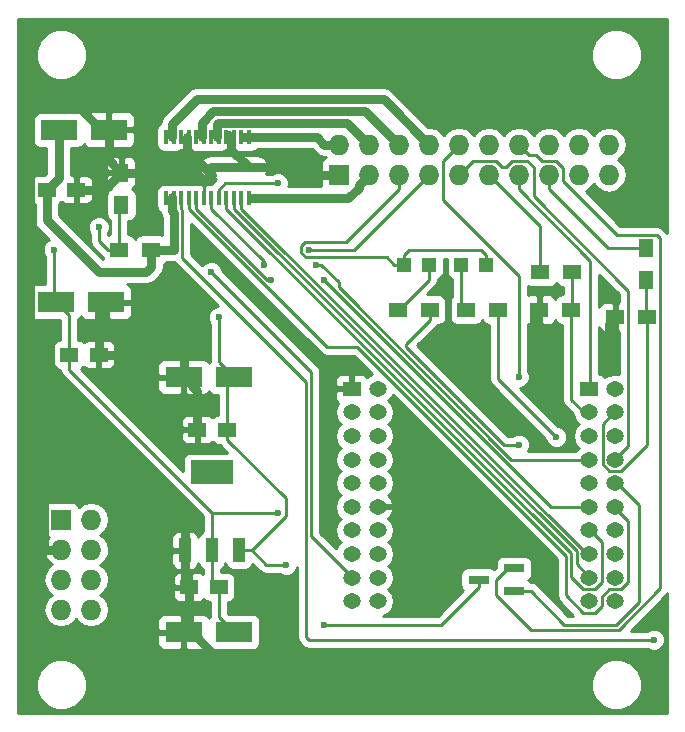
<source format=gtl>
G04 #@! TF.FileFunction,Copper,L1,Top,Signal*
%FSLAX46Y46*%
G04 Gerber Fmt 4.6, Leading zero omitted, Abs format (unit mm)*
G04 Created by KiCad (PCBNEW 4.0.1-stable) date 16.12.2015 23:49:10*
%MOMM*%
G01*
G04 APERTURE LIST*
%ADD10C,0.100000*%
%ADD11R,1.500000X1.250000*%
%ADD12R,1.198880X1.198880*%
%ADD13R,1.727200X1.727200*%
%ADD14O,1.727200X1.727200*%
%ADD15R,1.500000X1.300000*%
%ADD16O,1.500000X1.300000*%
%ADD17R,1.800860X0.800100*%
%ADD18R,1.300000X1.500000*%
%ADD19R,0.400000X1.200000*%
%ADD20R,3.149600X1.800860*%
%ADD21R,3.657600X2.032000*%
%ADD22R,1.016000X2.032000*%
%ADD23C,0.600000*%
%ADD24C,0.800000*%
%ADD25C,0.250000*%
%ADD26C,0.254000*%
G04 APERTURE END LIST*
D10*
D11*
X134660000Y-99695000D03*
X137160000Y-99695000D03*
X132755000Y-85725000D03*
X135255000Y-85725000D03*
X148012231Y-106045000D03*
X145512231Y-106045000D03*
X147320000Y-119380000D03*
X144820000Y-119380000D03*
D12*
X163001960Y-92075000D03*
X165100000Y-92075000D03*
X169959020Y-92075000D03*
X167860980Y-92075000D03*
D13*
X157480000Y-84455000D03*
D14*
X157480000Y-81915000D03*
X160020000Y-84455000D03*
X160020000Y-81915000D03*
X162560000Y-84455000D03*
X162560000Y-81915000D03*
X165100000Y-84455000D03*
X165100000Y-81915000D03*
X167640000Y-84455000D03*
X167640000Y-81915000D03*
X170180000Y-84455000D03*
X170180000Y-81915000D03*
X172720000Y-84455000D03*
X172720000Y-81915000D03*
X175260000Y-84455000D03*
X175260000Y-81915000D03*
X177800000Y-84455000D03*
X177800000Y-81915000D03*
X180340000Y-84455000D03*
X180340000Y-81915000D03*
D15*
X158555000Y-102585000D03*
D16*
X160755000Y-102585000D03*
X158555000Y-104585000D03*
X160755000Y-104585000D03*
X158555000Y-106585000D03*
X160755000Y-106585000D03*
X158555000Y-108585000D03*
X160755000Y-108585000D03*
X158555000Y-110585000D03*
X160755000Y-110585000D03*
X158555000Y-112585000D03*
X160755000Y-112585000D03*
X158555000Y-114585000D03*
X160755000Y-114585000D03*
X158555000Y-116585000D03*
X160755000Y-116585000D03*
X158555000Y-118585000D03*
X160755000Y-118585000D03*
X158555000Y-120585000D03*
X160755000Y-120585000D03*
X180885000Y-104585000D03*
X180885000Y-106585000D03*
X178685000Y-106585000D03*
X180885000Y-102585000D03*
D15*
X178685000Y-102585000D03*
D16*
X178685000Y-104585000D03*
X178685000Y-118585000D03*
X180885000Y-118585000D03*
X180885000Y-120585000D03*
X180885000Y-114585000D03*
X178685000Y-116585000D03*
X180885000Y-116585000D03*
X178685000Y-120585000D03*
X178685000Y-114585000D03*
X178685000Y-112585000D03*
X180885000Y-110585000D03*
X178685000Y-108585000D03*
X180885000Y-108585000D03*
X178685000Y-110585000D03*
X180885000Y-112585000D03*
D17*
X172316140Y-119695000D03*
X172316140Y-117795000D03*
X169313860Y-118745000D03*
D15*
X141605000Y-90805000D03*
X138905000Y-90805000D03*
D18*
X139065000Y-86995000D03*
X139065000Y-84295000D03*
D15*
X174545000Y-92710000D03*
X177245000Y-92710000D03*
X177165000Y-95885000D03*
X174465000Y-95885000D03*
D18*
X183515000Y-90645000D03*
X183515000Y-93345000D03*
D15*
X183595000Y-96520000D03*
X180895000Y-96520000D03*
X162480000Y-95885000D03*
X165180000Y-95885000D03*
X168275000Y-95885000D03*
X170975000Y-95885000D03*
D19*
X149860000Y-81280000D03*
X149225000Y-81280000D03*
X148590000Y-81280000D03*
X147955000Y-81280000D03*
X147320000Y-81280000D03*
X146685000Y-81280000D03*
X146050000Y-81280000D03*
X145415000Y-81280000D03*
X144780000Y-81280000D03*
X144145000Y-81280000D03*
X143510000Y-81280000D03*
X142875000Y-81280000D03*
X142875000Y-86480000D03*
X143510000Y-86480000D03*
X144145000Y-86480000D03*
X144780000Y-86480000D03*
X145415000Y-86480000D03*
X146050000Y-86480000D03*
X146685000Y-86480000D03*
X147320000Y-86480000D03*
X147955000Y-86480000D03*
X148590000Y-86480000D03*
X149225000Y-86480000D03*
X149860000Y-86480000D03*
D20*
X137795000Y-95250000D03*
X133543040Y-95250000D03*
X138015980Y-80645000D03*
X133764020Y-80645000D03*
X144338040Y-101600000D03*
X148590000Y-101600000D03*
X144338040Y-123190000D03*
X148590000Y-123190000D03*
D21*
X146742231Y-109656991D03*
D22*
X146742231Y-116260991D03*
X149028231Y-116260991D03*
X144456231Y-116260991D03*
D13*
X133985000Y-113665000D03*
D14*
X136525000Y-113665000D03*
X133985000Y-116205000D03*
X136525000Y-116205000D03*
X133985000Y-118745000D03*
X136525000Y-118745000D03*
X133985000Y-121285000D03*
X136525000Y-121285000D03*
D23*
X153035000Y-117475000D03*
X156210000Y-122555000D03*
X147320000Y-96520000D03*
X154940000Y-90805000D03*
X135255000Y-105243760D03*
X180340000Y-99695000D03*
X173990000Y-99695000D03*
X165100000Y-125095000D03*
X145512231Y-104140000D03*
X152342769Y-113087231D03*
X133350000Y-90805000D03*
X152309990Y-85180010D03*
X143510000Y-90805000D03*
X151765000Y-86480000D03*
X172720000Y-101600000D03*
X146685000Y-92710000D03*
X137160000Y-88900000D03*
X172720000Y-107315000D03*
X175895000Y-106680000D03*
X184150000Y-123825000D03*
X156210000Y-93345000D03*
X151765000Y-93345000D03*
X155575000Y-92075000D03*
X151130000Y-92075000D03*
D24*
X150470002Y-83820000D02*
X146685000Y-83820000D01*
D25*
X156210000Y-122555000D02*
X166153910Y-122555000D01*
X166153910Y-122555000D02*
X169313860Y-119395050D01*
X169313860Y-119395050D02*
X169313860Y-118745000D01*
X153035000Y-117475000D02*
X151308020Y-117475000D01*
X151308020Y-117475000D02*
X150094011Y-116260991D01*
X148012231Y-106045000D02*
X148012231Y-106920000D01*
X148012231Y-106920000D02*
X152967770Y-111875539D01*
X152967770Y-111875539D02*
X152967770Y-113387232D01*
X152967770Y-113387232D02*
X150094011Y-116260991D01*
X150094011Y-116260991D02*
X149786231Y-116260991D01*
X149786231Y-116260991D02*
X149028231Y-116260991D01*
X148012231Y-106045000D02*
X148012231Y-102177769D01*
X148012231Y-102177769D02*
X148590000Y-101600000D01*
X147320000Y-96520000D02*
X147320000Y-100330000D01*
X147320000Y-100330000D02*
X148590000Y-101600000D01*
X158750000Y-90805000D02*
X154940000Y-90805000D01*
X165100000Y-84455000D02*
X158750000Y-90805000D01*
D24*
X133985000Y-116205000D02*
X132763686Y-116205000D01*
X132763686Y-116205000D02*
X132521399Y-115962713D01*
X132521399Y-115962713D02*
X132521399Y-107977361D01*
X132521399Y-107977361D02*
X134955001Y-105543759D01*
X134955001Y-105543759D02*
X135255000Y-105243760D01*
X135255000Y-105243760D02*
X144456231Y-114444991D01*
X131368239Y-101356999D02*
X135255000Y-105243760D01*
X180340000Y-99695000D02*
X180340000Y-97075000D01*
X180340000Y-97075000D02*
X180895000Y-96520000D01*
X173990000Y-99695000D02*
X173990000Y-96360000D01*
X173990000Y-96360000D02*
X174465000Y-95885000D01*
X146917410Y-125095000D02*
X165100000Y-125095000D01*
X144338040Y-123190000D02*
X145012410Y-123190000D01*
X145012410Y-123190000D02*
X146917410Y-125095000D01*
X145512231Y-104140000D02*
X145512231Y-102774191D01*
X145512231Y-106045000D02*
X145512231Y-104140000D01*
X138015980Y-80645000D02*
X137341610Y-80645000D01*
X137341610Y-80645000D02*
X135641180Y-78944570D01*
X135641180Y-78944570D02*
X131909218Y-78944570D01*
X131909218Y-78944570D02*
X131368239Y-79485549D01*
X131368239Y-79485549D02*
X131368239Y-101356999D01*
X144456231Y-114444991D02*
X144456231Y-116260991D01*
X135255000Y-85725000D02*
X137635000Y-85725000D01*
X137635000Y-85725000D02*
X139065000Y-84295000D01*
X138015980Y-80645000D02*
X138015980Y-83245980D01*
X138015980Y-83245980D02*
X139065000Y-84295000D01*
X145512231Y-102774191D02*
X144338040Y-101600000D01*
X137160000Y-99695000D02*
X137160000Y-95885000D01*
X137160000Y-95885000D02*
X137795000Y-95250000D01*
X137160000Y-99695000D02*
X144133470Y-99695000D01*
X144338040Y-99899570D02*
X144338040Y-101600000D01*
X144133470Y-99695000D02*
X144338040Y-99899570D01*
X144456231Y-116260991D02*
X144456231Y-119016231D01*
X144456231Y-119016231D02*
X144820000Y-119380000D01*
X144820000Y-119380000D02*
X144820000Y-122708040D01*
X144820000Y-122708040D02*
X144338040Y-123190000D01*
X139065000Y-84295000D02*
X142680000Y-84295000D01*
X142680000Y-84295000D02*
X144614999Y-82360001D01*
X149860000Y-83820000D02*
X148389991Y-82349991D01*
X153035000Y-83820000D02*
X149860000Y-83820000D01*
X155181400Y-83820000D02*
X153035000Y-83820000D01*
X157480000Y-84455000D02*
X155816400Y-84455000D01*
X155816400Y-84455000D02*
X155181400Y-83820000D01*
X148155009Y-81480009D02*
X148155009Y-81080009D01*
X148389991Y-81694217D02*
X148369217Y-81694217D01*
X148369217Y-81694217D02*
X148155009Y-81480009D01*
D25*
X146050000Y-85090000D02*
X146050000Y-86480000D01*
D24*
X146685000Y-84455000D02*
X146050000Y-85090000D01*
X146709998Y-84455000D02*
X144614999Y-82360001D01*
X144614999Y-82360001D02*
X144614999Y-81280000D01*
X148389991Y-82349991D02*
X148389991Y-81694217D01*
D25*
X169538460Y-90805000D02*
X163422520Y-90805000D01*
X163422520Y-90805000D02*
X163001960Y-91225560D01*
X163001960Y-91225560D02*
X163001960Y-92075000D01*
X169959020Y-92075000D02*
X169959020Y-91225560D01*
X169959020Y-91225560D02*
X169538460Y-90805000D01*
X162560000Y-84455000D02*
X162560000Y-85676314D01*
X162560000Y-85676314D02*
X158056315Y-90179999D01*
X158056315Y-90179999D02*
X154639999Y-90179999D01*
X154639999Y-90179999D02*
X154314999Y-90504999D01*
X154314999Y-90504999D02*
X154314999Y-91105001D01*
X154314999Y-91105001D02*
X154659997Y-91449999D01*
X154659997Y-91449999D02*
X161527519Y-91449999D01*
X161527519Y-91449999D02*
X162152520Y-92075000D01*
X162152520Y-92075000D02*
X163001960Y-92075000D01*
X146742231Y-113087231D02*
X152342769Y-113087231D01*
X134660000Y-99695000D02*
X134660000Y-96366960D01*
X134660000Y-96366960D02*
X133543040Y-95250000D01*
X147320000Y-119380000D02*
X147320000Y-121920000D01*
X147320000Y-121920000D02*
X148590000Y-123190000D01*
X146742231Y-116260991D02*
X146742231Y-118802231D01*
X146742231Y-118802231D02*
X147320000Y-119380000D01*
X134660000Y-101005000D02*
X146742231Y-113087231D01*
X146742231Y-113087231D02*
X146742231Y-116260991D01*
X134660000Y-99695000D02*
X134660000Y-101005000D01*
X133350000Y-90805000D02*
X133350000Y-95056960D01*
X133350000Y-95056960D02*
X133543040Y-95250000D01*
X147320000Y-86480000D02*
X147320000Y-85725000D01*
X147320000Y-85725000D02*
X147864990Y-85180010D01*
X147864990Y-85180010D02*
X152309990Y-85180010D01*
X165100000Y-92075000D02*
X165100000Y-93365000D01*
X165100000Y-93365000D02*
X162580000Y-95885000D01*
X162580000Y-95885000D02*
X162480000Y-95885000D01*
X167860980Y-92075000D02*
X167860980Y-95470980D01*
X167860980Y-95470980D02*
X168275000Y-95885000D01*
D24*
X155623686Y-81280000D02*
X149390001Y-81280000D01*
X157480000Y-81915000D02*
X156258686Y-81915000D01*
X156258686Y-81915000D02*
X155623686Y-81280000D01*
X137160000Y-92710000D02*
X132755000Y-88305000D01*
X132755000Y-88305000D02*
X132755000Y-85725000D01*
X141150000Y-92710000D02*
X137160000Y-92710000D01*
X141605000Y-90805000D02*
X141605000Y-92255000D01*
X141605000Y-92255000D02*
X141150000Y-92710000D01*
X133764020Y-80645000D02*
X133764020Y-84715980D01*
X133764020Y-84715980D02*
X132755000Y-85725000D01*
X143510000Y-90805000D02*
X141605000Y-90805000D01*
X143344999Y-87560001D02*
X143344999Y-86360000D01*
X143510000Y-90805000D02*
X143510000Y-87725002D01*
X143510000Y-87725002D02*
X143344999Y-87560001D01*
X151765000Y-86480000D02*
X150025001Y-86480000D01*
X158262202Y-86480000D02*
X151765000Y-86480000D01*
X160020000Y-84455000D02*
X159156401Y-85318599D01*
X159156401Y-85318599D02*
X159156401Y-85585801D01*
X159156401Y-85585801D02*
X158262202Y-86480000D01*
X160020000Y-81915000D02*
X158184999Y-80079999D01*
X158184999Y-80079999D02*
X147274999Y-80079999D01*
X147274999Y-80079999D02*
X147154999Y-80199999D01*
X147154999Y-80199999D02*
X147154999Y-81280000D01*
X145884999Y-80810001D02*
X145884999Y-81280000D01*
X145884999Y-80199999D02*
X145884999Y-80810001D01*
X145884999Y-80055772D02*
X145884999Y-80199999D01*
X162560000Y-81915000D02*
X159724989Y-79079989D01*
X159724989Y-79079989D02*
X146860782Y-79079989D01*
X146860782Y-79079989D02*
X145884999Y-80055772D01*
X143344999Y-80199999D02*
X143344999Y-81280000D01*
X165100000Y-81915000D02*
X161264979Y-78079979D01*
X161264979Y-78079979D02*
X145465019Y-78079979D01*
X145465019Y-78079979D02*
X143344999Y-80199999D01*
D25*
X167640000Y-84455000D02*
X168828601Y-83266399D01*
X168828601Y-83266399D02*
X170750529Y-83266399D01*
X171595870Y-83820000D02*
X172149471Y-83266399D01*
X173436399Y-83266399D02*
X173990000Y-83820000D01*
X170750529Y-83266399D02*
X171304130Y-83820000D01*
X171304130Y-83820000D02*
X171595870Y-83820000D01*
X172149471Y-83266399D02*
X173436399Y-83266399D01*
X173990000Y-83820000D02*
X173990000Y-86309904D01*
X173990000Y-86309904D02*
X181970001Y-94289905D01*
X181970001Y-94289905D02*
X181970001Y-107399999D01*
X181970001Y-107399999D02*
X180785000Y-108585000D01*
X172720000Y-93052098D02*
X172720000Y-101600000D01*
X167640000Y-81915000D02*
X166288601Y-83266399D01*
X166288601Y-83266399D02*
X166288601Y-86620699D01*
X166288601Y-86620699D02*
X172720000Y-93052098D01*
X174545000Y-92710000D02*
X174545000Y-88820000D01*
X174545000Y-88820000D02*
X170180000Y-84455000D01*
X172720000Y-84455000D02*
X172720000Y-85676314D01*
X172720000Y-85676314D02*
X178785000Y-91741314D01*
X178785000Y-91741314D02*
X178785000Y-102585000D01*
X172720000Y-81915000D02*
X173583599Y-82778599D01*
X180993071Y-89569999D02*
X184425001Y-89569999D01*
X171815760Y-117795000D02*
X172316140Y-117795000D01*
X173583599Y-82778599D02*
X174201671Y-82778599D01*
X174201671Y-82778599D02*
X174689471Y-83266399D01*
X184670001Y-89814999D02*
X184670001Y-119496409D01*
X170815000Y-118795760D02*
X171815760Y-117795000D01*
X174689471Y-83266399D02*
X175830529Y-83266399D01*
X175830529Y-83266399D02*
X176448601Y-83884471D01*
X176448601Y-83884471D02*
X176448601Y-85025529D01*
X170815000Y-120079342D02*
X170815000Y-118795760D01*
X176448601Y-85025529D02*
X180993071Y-89569999D01*
X184425001Y-89569999D02*
X184670001Y-89814999D01*
X184670001Y-119496409D02*
X181161400Y-123005010D01*
X181161400Y-123005010D02*
X173740668Y-123005010D01*
X173740668Y-123005010D02*
X170815000Y-120079342D01*
X175260000Y-84455000D02*
X175260000Y-85676314D01*
X175260000Y-85676314D02*
X180228686Y-90645000D01*
X180228686Y-90645000D02*
X182615000Y-90645000D01*
X182615000Y-90645000D02*
X183515000Y-90645000D01*
X146685000Y-92710000D02*
X155165101Y-101190101D01*
X155165101Y-101190101D02*
X155165101Y-115095101D01*
X155165101Y-115095101D02*
X158655000Y-118585000D01*
X137160000Y-90060000D02*
X137160000Y-88900000D01*
X138905000Y-90805000D02*
X137905000Y-90805000D01*
X137905000Y-90805000D02*
X137160000Y-90060000D01*
X138905000Y-90805000D02*
X138905000Y-87155000D01*
X138905000Y-87155000D02*
X139065000Y-86995000D01*
X183595000Y-96520000D02*
X183595000Y-107353872D01*
X183595000Y-107353872D02*
X181388862Y-109560010D01*
X181388862Y-109560010D02*
X180381138Y-109560010D01*
X179809990Y-105560010D02*
X180785000Y-104585000D01*
X180381138Y-109560010D02*
X179809990Y-108988862D01*
X179809990Y-108988862D02*
X179809990Y-105560010D01*
X183515000Y-93345000D02*
X183515000Y-96440000D01*
X183515000Y-96440000D02*
X183595000Y-96520000D01*
X177165000Y-103505000D02*
X178245000Y-104585000D01*
X178245000Y-104585000D02*
X178785000Y-104585000D01*
X177165000Y-95885000D02*
X177165000Y-103505000D01*
X177245000Y-92710000D02*
X177245000Y-95805000D01*
X177245000Y-95805000D02*
X177165000Y-95885000D01*
X148590000Y-86480000D02*
X148590000Y-87331410D01*
X177609990Y-116351400D02*
X177609990Y-117409990D01*
X177609990Y-117409990D02*
X178785000Y-118585000D01*
X148590000Y-87331410D02*
X177609990Y-116351400D01*
X171452820Y-107315000D02*
X172720000Y-107315000D01*
X163195000Y-99057180D02*
X171452820Y-107315000D01*
X165180000Y-95885000D02*
X165180000Y-96785000D01*
X165180000Y-96785000D02*
X163195000Y-98770000D01*
X163195000Y-98770000D02*
X163195000Y-99057180D01*
X170975000Y-101760000D02*
X175895000Y-106680000D01*
X170975000Y-95885000D02*
X170975000Y-101760000D01*
X149225000Y-86480000D02*
X149225000Y-87330000D01*
X178480000Y-116585000D02*
X178785000Y-116585000D01*
X149225000Y-87330000D02*
X178480000Y-116585000D01*
X154940000Y-123825000D02*
X184150000Y-123825000D01*
X154715091Y-123600091D02*
X154940000Y-123825000D01*
X144235008Y-91530008D02*
X154715091Y-102010091D01*
X154715091Y-102010091D02*
X154715091Y-123600091D01*
X144145000Y-86480000D02*
X144145000Y-87330000D01*
X144145000Y-87330000D02*
X144235008Y-87420008D01*
X144235008Y-87420008D02*
X144235008Y-91530008D01*
X147955000Y-86480000D02*
X147955000Y-87332820D01*
X147955000Y-87332820D02*
X177159980Y-116537800D01*
X177159980Y-118538852D02*
X178181138Y-119560010D01*
X177159980Y-116537800D02*
X177159980Y-118538852D01*
X178181138Y-119560010D02*
X179188862Y-119560010D01*
X179188862Y-119560010D02*
X179760010Y-118988862D01*
X179760010Y-118988862D02*
X179760010Y-115560010D01*
X179760010Y-115560010D02*
X178785000Y-114585000D01*
X156210000Y-93345000D02*
X175450000Y-112585000D01*
X175450000Y-112585000D02*
X178785000Y-112585000D01*
X145415000Y-86480000D02*
X145415000Y-87330000D01*
X145415000Y-87330000D02*
X151430000Y-93345000D01*
X151430000Y-93345000D02*
X151765000Y-93345000D01*
X176575760Y-122555000D02*
X173715760Y-119695000D01*
X173715760Y-119695000D02*
X172316140Y-119695000D01*
X180785000Y-110585000D02*
X181070000Y-110585000D01*
X181070000Y-110585000D02*
X182880000Y-112395000D01*
X182880000Y-120650000D02*
X180975000Y-122555000D01*
X182880000Y-112395000D02*
X182880000Y-120650000D01*
X180975000Y-122555000D02*
X176575760Y-122555000D01*
X157480000Y-93978590D02*
X172086410Y-108585000D01*
X172086410Y-108585000D02*
X178785000Y-108585000D01*
X155575000Y-92075000D02*
X155999264Y-92075000D01*
X155999264Y-92075000D02*
X157480000Y-93555736D01*
X157480000Y-93555736D02*
X157480000Y-93978590D01*
X146685000Y-86480000D02*
X146685000Y-87330000D01*
X146685000Y-87330000D02*
X151130000Y-91775000D01*
X151130000Y-91775000D02*
X151130000Y-92075000D01*
X144780000Y-86480000D02*
X144780000Y-87331410D01*
X144780000Y-87331410D02*
X156508590Y-99060000D01*
X156508590Y-99060000D02*
X159045770Y-99060000D01*
X159045770Y-99060000D02*
X176709970Y-116724200D01*
X180381138Y-119560010D02*
X181388862Y-119560010D01*
X176709970Y-116724200D02*
X176709970Y-120088842D01*
X176709970Y-120088842D02*
X178181138Y-121560010D01*
X178181138Y-121560010D02*
X179188862Y-121560010D01*
X179760010Y-120988862D02*
X179760010Y-120181138D01*
X181388862Y-119560010D02*
X181960010Y-118988862D01*
X179188862Y-121560010D02*
X179760010Y-120988862D01*
X179760010Y-120181138D02*
X180381138Y-119560010D01*
X181960010Y-118988862D02*
X181960010Y-113760010D01*
X181960010Y-113760010D02*
X180785000Y-112585000D01*
D26*
G36*
X185293000Y-89405704D02*
X185207402Y-89277598D01*
X184962402Y-89032598D01*
X184715840Y-88867851D01*
X184425001Y-88809999D01*
X181307873Y-88809999D01*
X178367876Y-85870002D01*
X178373489Y-85868885D01*
X178859670Y-85544029D01*
X179070000Y-85229248D01*
X179280330Y-85544029D01*
X179766511Y-85868885D01*
X180340000Y-85982959D01*
X180913489Y-85868885D01*
X181399670Y-85544029D01*
X181724526Y-85057848D01*
X181838600Y-84484359D01*
X181838600Y-84425641D01*
X181724526Y-83852152D01*
X181399670Y-83365971D01*
X181128828Y-83185000D01*
X181399670Y-83004029D01*
X181724526Y-82517848D01*
X181838600Y-81944359D01*
X181838600Y-81885641D01*
X181724526Y-81312152D01*
X181399670Y-80825971D01*
X180913489Y-80501115D01*
X180340000Y-80387041D01*
X179766511Y-80501115D01*
X179280330Y-80825971D01*
X179070000Y-81140752D01*
X178859670Y-80825971D01*
X178373489Y-80501115D01*
X177800000Y-80387041D01*
X177226511Y-80501115D01*
X176740330Y-80825971D01*
X176530000Y-81140752D01*
X176319670Y-80825971D01*
X175833489Y-80501115D01*
X175260000Y-80387041D01*
X174686511Y-80501115D01*
X174200330Y-80825971D01*
X173990000Y-81140752D01*
X173779670Y-80825971D01*
X173293489Y-80501115D01*
X172720000Y-80387041D01*
X172146511Y-80501115D01*
X171660330Y-80825971D01*
X171450000Y-81140752D01*
X171239670Y-80825971D01*
X170753489Y-80501115D01*
X170180000Y-80387041D01*
X169606511Y-80501115D01*
X169120330Y-80825971D01*
X168910000Y-81140752D01*
X168699670Y-80825971D01*
X168213489Y-80501115D01*
X167640000Y-80387041D01*
X167066511Y-80501115D01*
X166580330Y-80825971D01*
X166370000Y-81140752D01*
X166159670Y-80825971D01*
X165673489Y-80501115D01*
X165100000Y-80387041D01*
X165046412Y-80397700D01*
X161996835Y-77348123D01*
X161661056Y-77123764D01*
X161264979Y-77044978D01*
X161264974Y-77044979D01*
X145465024Y-77044979D01*
X145465019Y-77044978D01*
X145068942Y-77123764D01*
X144733163Y-77348123D01*
X144733161Y-77348126D01*
X142613143Y-79468143D01*
X142388784Y-79803922D01*
X142319057Y-80154459D01*
X142223559Y-80215910D01*
X142078569Y-80428110D01*
X142027560Y-80680000D01*
X142027560Y-81880000D01*
X142071838Y-82115317D01*
X142210910Y-82331441D01*
X142423110Y-82476431D01*
X142675000Y-82527440D01*
X143075000Y-82527440D01*
X143196814Y-82504519D01*
X143310000Y-82527440D01*
X143710000Y-82527440D01*
X143805390Y-82509491D01*
X143818690Y-82515000D01*
X143886250Y-82515000D01*
X143911777Y-82489473D01*
X143945317Y-82483162D01*
X144152085Y-82350110D01*
X144220301Y-82418327D01*
X144368437Y-82479687D01*
X144403750Y-82515000D01*
X144521250Y-82515000D01*
X144556563Y-82479687D01*
X144704699Y-82418327D01*
X144775074Y-82347952D01*
X144963110Y-82476431D01*
X145009594Y-82485844D01*
X145038750Y-82515000D01*
X145106310Y-82515000D01*
X145121828Y-82508572D01*
X145215000Y-82527440D01*
X145615000Y-82527440D01*
X145736814Y-82504519D01*
X145850000Y-82527440D01*
X146250000Y-82527440D01*
X146371814Y-82504519D01*
X146485000Y-82527440D01*
X146885000Y-82527440D01*
X147006814Y-82504519D01*
X147120000Y-82527440D01*
X147520000Y-82527440D01*
X147615390Y-82509491D01*
X147628690Y-82515000D01*
X147696250Y-82515000D01*
X147721777Y-82489473D01*
X147755317Y-82483162D01*
X147962085Y-82350110D01*
X148030301Y-82418327D01*
X148178437Y-82479687D01*
X148213750Y-82515000D01*
X148331250Y-82515000D01*
X148366563Y-82479687D01*
X148514699Y-82418327D01*
X148585074Y-82347952D01*
X148773110Y-82476431D01*
X148819594Y-82485844D01*
X148848750Y-82515000D01*
X148916310Y-82515000D01*
X148931828Y-82508572D01*
X149025000Y-82527440D01*
X149425000Y-82527440D01*
X149546814Y-82504519D01*
X149660000Y-82527440D01*
X150060000Y-82527440D01*
X150295317Y-82483162D01*
X150511441Y-82344090D01*
X150531317Y-82315000D01*
X155194974Y-82315000D01*
X155526828Y-82646853D01*
X155526830Y-82646856D01*
X155851489Y-82863785D01*
X155862609Y-82871215D01*
X156258686Y-82950001D01*
X156258691Y-82950000D01*
X156384229Y-82950000D01*
X156410526Y-82989356D01*
X156256701Y-83053073D01*
X156078073Y-83231702D01*
X155981400Y-83465091D01*
X155981400Y-84169250D01*
X156140150Y-84328000D01*
X157353000Y-84328000D01*
X157353000Y-84308000D01*
X157607000Y-84308000D01*
X157607000Y-84328000D01*
X157627000Y-84328000D01*
X157627000Y-84582000D01*
X157607000Y-84582000D01*
X157607000Y-84602000D01*
X157353000Y-84602000D01*
X157353000Y-84582000D01*
X156140150Y-84582000D01*
X155981400Y-84740750D01*
X155981400Y-85444909D01*
X155981438Y-85445000D01*
X153212360Y-85445000D01*
X153244828Y-85366809D01*
X153245152Y-84994843D01*
X153103107Y-84651067D01*
X152840317Y-84387818D01*
X152496789Y-84245172D01*
X152124823Y-84244848D01*
X151781047Y-84386893D01*
X151747872Y-84420010D01*
X151289954Y-84420010D01*
X151426217Y-84216077D01*
X151505002Y-83820000D01*
X151426217Y-83423923D01*
X151201858Y-83088144D01*
X150866079Y-82863785D01*
X150470002Y-82785000D01*
X146685000Y-82785000D01*
X146288923Y-82863785D01*
X145953144Y-83088144D01*
X145728785Y-83423923D01*
X145650000Y-83820000D01*
X145728785Y-84216077D01*
X145953144Y-84551856D01*
X146288923Y-84776215D01*
X146685000Y-84855000D01*
X147115198Y-84855000D01*
X146782599Y-85187599D01*
X146752557Y-85232560D01*
X146485000Y-85232560D01*
X146389610Y-85250509D01*
X146376310Y-85245000D01*
X146308750Y-85245000D01*
X146283223Y-85270527D01*
X146249683Y-85276838D01*
X146047473Y-85406956D01*
X145866890Y-85283569D01*
X145820406Y-85274156D01*
X145791250Y-85245000D01*
X145723690Y-85245000D01*
X145708172Y-85251428D01*
X145615000Y-85232560D01*
X145215000Y-85232560D01*
X145093186Y-85255481D01*
X144980000Y-85232560D01*
X144580000Y-85232560D01*
X144458186Y-85255481D01*
X144345000Y-85232560D01*
X143945000Y-85232560D01*
X143823186Y-85255481D01*
X143710000Y-85232560D01*
X143310000Y-85232560D01*
X143188186Y-85255481D01*
X143075000Y-85232560D01*
X142675000Y-85232560D01*
X142439683Y-85276838D01*
X142223559Y-85415910D01*
X142078569Y-85628110D01*
X142027560Y-85880000D01*
X142027560Y-87080000D01*
X142071838Y-87315317D01*
X142210910Y-87531441D01*
X142319009Y-87605302D01*
X142388784Y-87956078D01*
X142475000Y-88085110D01*
X142475000Y-89531861D01*
X142355000Y-89507560D01*
X140855000Y-89507560D01*
X140619683Y-89551838D01*
X140403559Y-89690910D01*
X140258569Y-89903110D01*
X140255919Y-89916197D01*
X140119090Y-89703559D01*
X139906890Y-89558569D01*
X139665000Y-89509585D01*
X139665000Y-88392440D01*
X139715000Y-88392440D01*
X139950317Y-88348162D01*
X140166441Y-88209090D01*
X140311431Y-87996890D01*
X140362440Y-87745000D01*
X140362440Y-86245000D01*
X140318162Y-86009683D01*
X140179090Y-85793559D01*
X139966890Y-85648569D01*
X139933510Y-85641809D01*
X140074699Y-85583327D01*
X140253327Y-85404698D01*
X140350000Y-85171309D01*
X140350000Y-84580750D01*
X140191250Y-84422000D01*
X139192000Y-84422000D01*
X139192000Y-84442000D01*
X138938000Y-84442000D01*
X138938000Y-84422000D01*
X137938750Y-84422000D01*
X137780000Y-84580750D01*
X137780000Y-85171309D01*
X137876673Y-85404698D01*
X138055301Y-85583327D01*
X138191287Y-85639654D01*
X138179683Y-85641838D01*
X137963559Y-85780910D01*
X137818569Y-85993110D01*
X137767560Y-86245000D01*
X137767560Y-87745000D01*
X137811838Y-87980317D01*
X137950910Y-88196441D01*
X138145000Y-88329057D01*
X138145000Y-89509442D01*
X137920000Y-89551778D01*
X137920000Y-89462463D01*
X137952192Y-89430327D01*
X138094838Y-89086799D01*
X138095162Y-88714833D01*
X137953117Y-88371057D01*
X137690327Y-88107808D01*
X137346799Y-87965162D01*
X136974833Y-87964838D01*
X136631057Y-88106883D01*
X136367808Y-88369673D01*
X136225162Y-88713201D01*
X136224838Y-89085167D01*
X136366883Y-89428943D01*
X136400000Y-89462118D01*
X136400000Y-90060000D01*
X136457852Y-90350839D01*
X136622599Y-90597401D01*
X137367599Y-91342401D01*
X137507560Y-91435920D01*
X137507560Y-91455000D01*
X137539742Y-91626031D01*
X133790000Y-87876288D01*
X133790000Y-86921192D01*
X133956441Y-86814090D01*
X134002969Y-86745994D01*
X134145302Y-86888327D01*
X134378691Y-86985000D01*
X134969250Y-86985000D01*
X135128000Y-86826250D01*
X135128000Y-85852000D01*
X135382000Y-85852000D01*
X135382000Y-86826250D01*
X135540750Y-86985000D01*
X136131309Y-86985000D01*
X136364698Y-86888327D01*
X136543327Y-86709699D01*
X136640000Y-86476310D01*
X136640000Y-86010750D01*
X136481250Y-85852000D01*
X135382000Y-85852000D01*
X135128000Y-85852000D01*
X135108000Y-85852000D01*
X135108000Y-85598000D01*
X135128000Y-85598000D01*
X135128000Y-84623750D01*
X135382000Y-84623750D01*
X135382000Y-85598000D01*
X136481250Y-85598000D01*
X136640000Y-85439250D01*
X136640000Y-84973690D01*
X136543327Y-84740301D01*
X136364698Y-84561673D01*
X136131309Y-84465000D01*
X135540750Y-84465000D01*
X135382000Y-84623750D01*
X135128000Y-84623750D01*
X134969250Y-84465000D01*
X134799020Y-84465000D01*
X134799020Y-83418691D01*
X137780000Y-83418691D01*
X137780000Y-84009250D01*
X137938750Y-84168000D01*
X138938000Y-84168000D01*
X138938000Y-83068750D01*
X139192000Y-83068750D01*
X139192000Y-84168000D01*
X140191250Y-84168000D01*
X140350000Y-84009250D01*
X140350000Y-83418691D01*
X140253327Y-83185302D01*
X140074699Y-83006673D01*
X139841310Y-82910000D01*
X139350750Y-82910000D01*
X139192000Y-83068750D01*
X138938000Y-83068750D01*
X138779250Y-82910000D01*
X138288690Y-82910000D01*
X138055301Y-83006673D01*
X137876673Y-83185302D01*
X137780000Y-83418691D01*
X134799020Y-83418691D01*
X134799020Y-82192870D01*
X135338820Y-82192870D01*
X135574137Y-82148592D01*
X135790261Y-82009520D01*
X135887279Y-81867530D01*
X135902853Y-81905129D01*
X136081482Y-82083757D01*
X136314871Y-82180430D01*
X137730230Y-82180430D01*
X137888980Y-82021680D01*
X137888980Y-80772000D01*
X138142980Y-80772000D01*
X138142980Y-82021680D01*
X138301730Y-82180430D01*
X139717089Y-82180430D01*
X139950478Y-82083757D01*
X140129107Y-81905129D01*
X140225780Y-81671740D01*
X140225780Y-80930750D01*
X140067030Y-80772000D01*
X138142980Y-80772000D01*
X137888980Y-80772000D01*
X137868980Y-80772000D01*
X137868980Y-80518000D01*
X137888980Y-80518000D01*
X137888980Y-79268320D01*
X138142980Y-79268320D01*
X138142980Y-80518000D01*
X140067030Y-80518000D01*
X140225780Y-80359250D01*
X140225780Y-79618260D01*
X140129107Y-79384871D01*
X139950478Y-79206243D01*
X139717089Y-79109570D01*
X138301730Y-79109570D01*
X138142980Y-79268320D01*
X137888980Y-79268320D01*
X137730230Y-79109570D01*
X136314871Y-79109570D01*
X136081482Y-79206243D01*
X135902853Y-79384871D01*
X135886832Y-79423548D01*
X135802910Y-79293129D01*
X135590710Y-79148139D01*
X135338820Y-79097130D01*
X132189220Y-79097130D01*
X131953903Y-79141408D01*
X131737779Y-79280480D01*
X131592789Y-79492680D01*
X131541780Y-79744570D01*
X131541780Y-81545430D01*
X131586058Y-81780747D01*
X131725130Y-81996871D01*
X131937330Y-82141861D01*
X132189220Y-82192870D01*
X132729020Y-82192870D01*
X132729020Y-84287269D01*
X132563729Y-84452560D01*
X132005000Y-84452560D01*
X131769683Y-84496838D01*
X131553559Y-84635910D01*
X131408569Y-84848110D01*
X131357560Y-85100000D01*
X131357560Y-86350000D01*
X131401838Y-86585317D01*
X131540910Y-86801441D01*
X131720000Y-86923808D01*
X131720000Y-88304995D01*
X131719999Y-88305000D01*
X131798785Y-88701077D01*
X132023144Y-89036856D01*
X132946386Y-89960098D01*
X132821057Y-90011883D01*
X132557808Y-90274673D01*
X132415162Y-90618201D01*
X132414838Y-90990167D01*
X132556883Y-91333943D01*
X132590000Y-91367118D01*
X132590000Y-93702130D01*
X131968240Y-93702130D01*
X131732923Y-93746408D01*
X131516799Y-93885480D01*
X131371809Y-94097680D01*
X131320800Y-94349570D01*
X131320800Y-96150430D01*
X131365078Y-96385747D01*
X131504150Y-96601871D01*
X131716350Y-96746861D01*
X131968240Y-96797870D01*
X133900000Y-96797870D01*
X133900000Y-98424442D01*
X133674683Y-98466838D01*
X133458559Y-98605910D01*
X133313569Y-98818110D01*
X133262560Y-99070000D01*
X133262560Y-100320000D01*
X133306838Y-100555317D01*
X133445910Y-100771441D01*
X133658110Y-100916431D01*
X133900000Y-100965415D01*
X133900000Y-101005000D01*
X133957852Y-101295839D01*
X134122599Y-101542401D01*
X145982231Y-113402033D01*
X145982231Y-114652564D01*
X145782790Y-114780901D01*
X145637800Y-114993101D01*
X145599231Y-115183560D01*
X145599231Y-115118681D01*
X145502558Y-114885292D01*
X145323929Y-114706664D01*
X145090540Y-114609991D01*
X144741981Y-114609991D01*
X144583231Y-114768741D01*
X144583231Y-116133991D01*
X144603231Y-116133991D01*
X144603231Y-116387991D01*
X144583231Y-116387991D01*
X144583231Y-117753241D01*
X144741981Y-117911991D01*
X145090540Y-117911991D01*
X145323929Y-117815318D01*
X145502558Y-117636690D01*
X145599231Y-117403301D01*
X145599231Y-117343104D01*
X145631069Y-117512308D01*
X145770141Y-117728432D01*
X145982231Y-117873347D01*
X145982231Y-118269206D01*
X145929698Y-118216673D01*
X145696309Y-118120000D01*
X145105750Y-118120000D01*
X144947000Y-118278750D01*
X144947000Y-119253000D01*
X144967000Y-119253000D01*
X144967000Y-119507000D01*
X144947000Y-119507000D01*
X144947000Y-120481250D01*
X145105750Y-120640000D01*
X145696309Y-120640000D01*
X145929698Y-120543327D01*
X146070936Y-120402090D01*
X146105910Y-120456441D01*
X146318110Y-120601431D01*
X146560000Y-120650415D01*
X146560000Y-121830981D01*
X146466741Y-121967470D01*
X146451167Y-121929871D01*
X146272538Y-121751243D01*
X146039149Y-121654570D01*
X144623790Y-121654570D01*
X144465040Y-121813320D01*
X144465040Y-123063000D01*
X144485040Y-123063000D01*
X144485040Y-123317000D01*
X144465040Y-123317000D01*
X144465040Y-124566680D01*
X144623790Y-124725430D01*
X146039149Y-124725430D01*
X146272538Y-124628757D01*
X146451167Y-124450129D01*
X146467188Y-124411452D01*
X146551110Y-124541871D01*
X146763310Y-124686861D01*
X147015200Y-124737870D01*
X150164800Y-124737870D01*
X150400117Y-124693592D01*
X150616241Y-124554520D01*
X150761231Y-124342320D01*
X150812240Y-124090430D01*
X150812240Y-122289570D01*
X150767962Y-122054253D01*
X150628890Y-121838129D01*
X150416690Y-121693139D01*
X150164800Y-121642130D01*
X148116932Y-121642130D01*
X148080000Y-121605198D01*
X148080000Y-120650558D01*
X148305317Y-120608162D01*
X148521441Y-120469090D01*
X148666431Y-120256890D01*
X148717440Y-120005000D01*
X148717440Y-118755000D01*
X148673162Y-118519683D01*
X148534090Y-118303559D01*
X148321890Y-118158569D01*
X148070000Y-118107560D01*
X147502231Y-118107560D01*
X147502231Y-117869418D01*
X147701672Y-117741081D01*
X147846662Y-117528881D01*
X147884774Y-117340677D01*
X147917069Y-117512308D01*
X148056141Y-117728432D01*
X148268341Y-117873422D01*
X148520231Y-117924431D01*
X149536231Y-117924431D01*
X149771548Y-117880153D01*
X149987672Y-117741081D01*
X150132662Y-117528881D01*
X150158670Y-117400452D01*
X150770619Y-118012401D01*
X151017181Y-118177148D01*
X151308020Y-118235000D01*
X152472537Y-118235000D01*
X152504673Y-118267192D01*
X152848201Y-118409838D01*
X153220167Y-118410162D01*
X153563943Y-118268117D01*
X153827192Y-118005327D01*
X153955091Y-117697314D01*
X153955091Y-123600091D01*
X154012943Y-123890930D01*
X154177690Y-124137492D01*
X154402599Y-124362401D01*
X154649160Y-124527148D01*
X154940000Y-124585000D01*
X183587537Y-124585000D01*
X183619673Y-124617192D01*
X183963201Y-124759838D01*
X184335167Y-124760162D01*
X184678943Y-124618117D01*
X184942192Y-124355327D01*
X185084838Y-124011799D01*
X185085162Y-123639833D01*
X184943117Y-123296057D01*
X184680327Y-123032808D01*
X184336799Y-122890162D01*
X183964833Y-122889838D01*
X183621057Y-123031883D01*
X183587882Y-123065000D01*
X182176212Y-123065000D01*
X185207402Y-120033810D01*
X185293000Y-119905703D01*
X185293000Y-130048000D01*
X130302000Y-130048000D01*
X130302000Y-128057815D01*
X131849630Y-128057815D01*
X132173980Y-128842800D01*
X132774041Y-129443909D01*
X133558459Y-129769628D01*
X134407815Y-129770370D01*
X135192800Y-129446020D01*
X135793909Y-128845959D01*
X136119628Y-128061541D01*
X136119631Y-128057815D01*
X178839630Y-128057815D01*
X179163980Y-128842800D01*
X179764041Y-129443909D01*
X180548459Y-129769628D01*
X181397815Y-129770370D01*
X182182800Y-129446020D01*
X182783909Y-128845959D01*
X183109628Y-128061541D01*
X183110370Y-127212185D01*
X182786020Y-126427200D01*
X182185959Y-125826091D01*
X181401541Y-125500372D01*
X180552185Y-125499630D01*
X179767200Y-125823980D01*
X179166091Y-126424041D01*
X178840372Y-127208459D01*
X178839630Y-128057815D01*
X136119631Y-128057815D01*
X136120370Y-127212185D01*
X135796020Y-126427200D01*
X135195959Y-125826091D01*
X134411541Y-125500372D01*
X133562185Y-125499630D01*
X132777200Y-125823980D01*
X132176091Y-126424041D01*
X131850372Y-127208459D01*
X131849630Y-128057815D01*
X130302000Y-128057815D01*
X130302000Y-123475750D01*
X142128240Y-123475750D01*
X142128240Y-124216740D01*
X142224913Y-124450129D01*
X142403542Y-124628757D01*
X142636931Y-124725430D01*
X144052290Y-124725430D01*
X144211040Y-124566680D01*
X144211040Y-123317000D01*
X142286990Y-123317000D01*
X142128240Y-123475750D01*
X130302000Y-123475750D01*
X130302000Y-118745000D01*
X132457041Y-118745000D01*
X132571115Y-119318489D01*
X132895971Y-119804670D01*
X133210752Y-120015000D01*
X132895971Y-120225330D01*
X132571115Y-120711511D01*
X132457041Y-121285000D01*
X132571115Y-121858489D01*
X132895971Y-122344670D01*
X133382152Y-122669526D01*
X133955641Y-122783600D01*
X134014359Y-122783600D01*
X134587848Y-122669526D01*
X135074029Y-122344670D01*
X135255000Y-122073828D01*
X135435971Y-122344670D01*
X135922152Y-122669526D01*
X136495641Y-122783600D01*
X136554359Y-122783600D01*
X137127848Y-122669526D01*
X137614029Y-122344670D01*
X137735243Y-122163260D01*
X142128240Y-122163260D01*
X142128240Y-122904250D01*
X142286990Y-123063000D01*
X144211040Y-123063000D01*
X144211040Y-121813320D01*
X144052290Y-121654570D01*
X142636931Y-121654570D01*
X142403542Y-121751243D01*
X142224913Y-121929871D01*
X142128240Y-122163260D01*
X137735243Y-122163260D01*
X137938885Y-121858489D01*
X138052959Y-121285000D01*
X137938885Y-120711511D01*
X137614029Y-120225330D01*
X137299248Y-120015000D01*
X137614029Y-119804670D01*
X137706852Y-119665750D01*
X143435000Y-119665750D01*
X143435000Y-120131310D01*
X143531673Y-120364699D01*
X143710302Y-120543327D01*
X143943691Y-120640000D01*
X144534250Y-120640000D01*
X144693000Y-120481250D01*
X144693000Y-119507000D01*
X143593750Y-119507000D01*
X143435000Y-119665750D01*
X137706852Y-119665750D01*
X137938885Y-119318489D01*
X138052959Y-118745000D01*
X138029824Y-118628690D01*
X143435000Y-118628690D01*
X143435000Y-119094250D01*
X143593750Y-119253000D01*
X144693000Y-119253000D01*
X144693000Y-118278750D01*
X144534250Y-118120000D01*
X143943691Y-118120000D01*
X143710302Y-118216673D01*
X143531673Y-118395301D01*
X143435000Y-118628690D01*
X138029824Y-118628690D01*
X137938885Y-118171511D01*
X137614029Y-117685330D01*
X137299248Y-117475000D01*
X137614029Y-117264670D01*
X137938885Y-116778489D01*
X137984982Y-116546741D01*
X143313231Y-116546741D01*
X143313231Y-117403301D01*
X143409904Y-117636690D01*
X143588533Y-117815318D01*
X143821922Y-117911991D01*
X144170481Y-117911991D01*
X144329231Y-117753241D01*
X144329231Y-116387991D01*
X143471981Y-116387991D01*
X143313231Y-116546741D01*
X137984982Y-116546741D01*
X138052959Y-116205000D01*
X137938885Y-115631511D01*
X137614029Y-115145330D01*
X137574146Y-115118681D01*
X143313231Y-115118681D01*
X143313231Y-115975241D01*
X143471981Y-116133991D01*
X144329231Y-116133991D01*
X144329231Y-114768741D01*
X144170481Y-114609991D01*
X143821922Y-114609991D01*
X143588533Y-114706664D01*
X143409904Y-114885292D01*
X143313231Y-115118681D01*
X137574146Y-115118681D01*
X137299248Y-114935000D01*
X137614029Y-114724670D01*
X137938885Y-114238489D01*
X138052959Y-113665000D01*
X137938885Y-113091511D01*
X137614029Y-112605330D01*
X137127848Y-112280474D01*
X136554359Y-112166400D01*
X136495641Y-112166400D01*
X135922152Y-112280474D01*
X135456558Y-112591574D01*
X135451762Y-112566083D01*
X135312690Y-112349959D01*
X135100490Y-112204969D01*
X134848600Y-112153960D01*
X133121400Y-112153960D01*
X132886083Y-112198238D01*
X132669959Y-112337310D01*
X132524969Y-112549510D01*
X132473960Y-112801400D01*
X132473960Y-114528600D01*
X132518238Y-114763917D01*
X132657310Y-114980041D01*
X132869510Y-115125031D01*
X132963375Y-115144039D01*
X132702312Y-115430053D01*
X132530042Y-115845974D01*
X132651183Y-116078000D01*
X133858000Y-116078000D01*
X133858000Y-116058000D01*
X134112000Y-116058000D01*
X134112000Y-116078000D01*
X134132000Y-116078000D01*
X134132000Y-116332000D01*
X134112000Y-116332000D01*
X134112000Y-116352000D01*
X133858000Y-116352000D01*
X133858000Y-116332000D01*
X132651183Y-116332000D01*
X132530042Y-116564026D01*
X132702312Y-116979947D01*
X133096510Y-117411821D01*
X133219228Y-117469336D01*
X132895971Y-117685330D01*
X132571115Y-118171511D01*
X132457041Y-118745000D01*
X130302000Y-118745000D01*
X130302000Y-74717815D01*
X131849630Y-74717815D01*
X132173980Y-75502800D01*
X132774041Y-76103909D01*
X133558459Y-76429628D01*
X134407815Y-76430370D01*
X135192800Y-76106020D01*
X135793909Y-75505959D01*
X136119628Y-74721541D01*
X136119631Y-74717815D01*
X178839630Y-74717815D01*
X179163980Y-75502800D01*
X179764041Y-76103909D01*
X180548459Y-76429628D01*
X181397815Y-76430370D01*
X182182800Y-76106020D01*
X182783909Y-75505959D01*
X183109628Y-74721541D01*
X183110370Y-73872185D01*
X182786020Y-73087200D01*
X182185959Y-72486091D01*
X181401541Y-72160372D01*
X180552185Y-72159630D01*
X179767200Y-72483980D01*
X179166091Y-73084041D01*
X178840372Y-73868459D01*
X178839630Y-74717815D01*
X136119631Y-74717815D01*
X136120370Y-73872185D01*
X135796020Y-73087200D01*
X135195959Y-72486091D01*
X134411541Y-72160372D01*
X133562185Y-72159630D01*
X132777200Y-72483980D01*
X132176091Y-73084041D01*
X131850372Y-73868459D01*
X131849630Y-74717815D01*
X130302000Y-74717815D01*
X130302000Y-71247000D01*
X185293000Y-71247000D01*
X185293000Y-89405704D01*
X185293000Y-89405704D01*
G37*
X185293000Y-89405704D02*
X185207402Y-89277598D01*
X184962402Y-89032598D01*
X184715840Y-88867851D01*
X184425001Y-88809999D01*
X181307873Y-88809999D01*
X178367876Y-85870002D01*
X178373489Y-85868885D01*
X178859670Y-85544029D01*
X179070000Y-85229248D01*
X179280330Y-85544029D01*
X179766511Y-85868885D01*
X180340000Y-85982959D01*
X180913489Y-85868885D01*
X181399670Y-85544029D01*
X181724526Y-85057848D01*
X181838600Y-84484359D01*
X181838600Y-84425641D01*
X181724526Y-83852152D01*
X181399670Y-83365971D01*
X181128828Y-83185000D01*
X181399670Y-83004029D01*
X181724526Y-82517848D01*
X181838600Y-81944359D01*
X181838600Y-81885641D01*
X181724526Y-81312152D01*
X181399670Y-80825971D01*
X180913489Y-80501115D01*
X180340000Y-80387041D01*
X179766511Y-80501115D01*
X179280330Y-80825971D01*
X179070000Y-81140752D01*
X178859670Y-80825971D01*
X178373489Y-80501115D01*
X177800000Y-80387041D01*
X177226511Y-80501115D01*
X176740330Y-80825971D01*
X176530000Y-81140752D01*
X176319670Y-80825971D01*
X175833489Y-80501115D01*
X175260000Y-80387041D01*
X174686511Y-80501115D01*
X174200330Y-80825971D01*
X173990000Y-81140752D01*
X173779670Y-80825971D01*
X173293489Y-80501115D01*
X172720000Y-80387041D01*
X172146511Y-80501115D01*
X171660330Y-80825971D01*
X171450000Y-81140752D01*
X171239670Y-80825971D01*
X170753489Y-80501115D01*
X170180000Y-80387041D01*
X169606511Y-80501115D01*
X169120330Y-80825971D01*
X168910000Y-81140752D01*
X168699670Y-80825971D01*
X168213489Y-80501115D01*
X167640000Y-80387041D01*
X167066511Y-80501115D01*
X166580330Y-80825971D01*
X166370000Y-81140752D01*
X166159670Y-80825971D01*
X165673489Y-80501115D01*
X165100000Y-80387041D01*
X165046412Y-80397700D01*
X161996835Y-77348123D01*
X161661056Y-77123764D01*
X161264979Y-77044978D01*
X161264974Y-77044979D01*
X145465024Y-77044979D01*
X145465019Y-77044978D01*
X145068942Y-77123764D01*
X144733163Y-77348123D01*
X144733161Y-77348126D01*
X142613143Y-79468143D01*
X142388784Y-79803922D01*
X142319057Y-80154459D01*
X142223559Y-80215910D01*
X142078569Y-80428110D01*
X142027560Y-80680000D01*
X142027560Y-81880000D01*
X142071838Y-82115317D01*
X142210910Y-82331441D01*
X142423110Y-82476431D01*
X142675000Y-82527440D01*
X143075000Y-82527440D01*
X143196814Y-82504519D01*
X143310000Y-82527440D01*
X143710000Y-82527440D01*
X143805390Y-82509491D01*
X143818690Y-82515000D01*
X143886250Y-82515000D01*
X143911777Y-82489473D01*
X143945317Y-82483162D01*
X144152085Y-82350110D01*
X144220301Y-82418327D01*
X144368437Y-82479687D01*
X144403750Y-82515000D01*
X144521250Y-82515000D01*
X144556563Y-82479687D01*
X144704699Y-82418327D01*
X144775074Y-82347952D01*
X144963110Y-82476431D01*
X145009594Y-82485844D01*
X145038750Y-82515000D01*
X145106310Y-82515000D01*
X145121828Y-82508572D01*
X145215000Y-82527440D01*
X145615000Y-82527440D01*
X145736814Y-82504519D01*
X145850000Y-82527440D01*
X146250000Y-82527440D01*
X146371814Y-82504519D01*
X146485000Y-82527440D01*
X146885000Y-82527440D01*
X147006814Y-82504519D01*
X147120000Y-82527440D01*
X147520000Y-82527440D01*
X147615390Y-82509491D01*
X147628690Y-82515000D01*
X147696250Y-82515000D01*
X147721777Y-82489473D01*
X147755317Y-82483162D01*
X147962085Y-82350110D01*
X148030301Y-82418327D01*
X148178437Y-82479687D01*
X148213750Y-82515000D01*
X148331250Y-82515000D01*
X148366563Y-82479687D01*
X148514699Y-82418327D01*
X148585074Y-82347952D01*
X148773110Y-82476431D01*
X148819594Y-82485844D01*
X148848750Y-82515000D01*
X148916310Y-82515000D01*
X148931828Y-82508572D01*
X149025000Y-82527440D01*
X149425000Y-82527440D01*
X149546814Y-82504519D01*
X149660000Y-82527440D01*
X150060000Y-82527440D01*
X150295317Y-82483162D01*
X150511441Y-82344090D01*
X150531317Y-82315000D01*
X155194974Y-82315000D01*
X155526828Y-82646853D01*
X155526830Y-82646856D01*
X155851489Y-82863785D01*
X155862609Y-82871215D01*
X156258686Y-82950001D01*
X156258691Y-82950000D01*
X156384229Y-82950000D01*
X156410526Y-82989356D01*
X156256701Y-83053073D01*
X156078073Y-83231702D01*
X155981400Y-83465091D01*
X155981400Y-84169250D01*
X156140150Y-84328000D01*
X157353000Y-84328000D01*
X157353000Y-84308000D01*
X157607000Y-84308000D01*
X157607000Y-84328000D01*
X157627000Y-84328000D01*
X157627000Y-84582000D01*
X157607000Y-84582000D01*
X157607000Y-84602000D01*
X157353000Y-84602000D01*
X157353000Y-84582000D01*
X156140150Y-84582000D01*
X155981400Y-84740750D01*
X155981400Y-85444909D01*
X155981438Y-85445000D01*
X153212360Y-85445000D01*
X153244828Y-85366809D01*
X153245152Y-84994843D01*
X153103107Y-84651067D01*
X152840317Y-84387818D01*
X152496789Y-84245172D01*
X152124823Y-84244848D01*
X151781047Y-84386893D01*
X151747872Y-84420010D01*
X151289954Y-84420010D01*
X151426217Y-84216077D01*
X151505002Y-83820000D01*
X151426217Y-83423923D01*
X151201858Y-83088144D01*
X150866079Y-82863785D01*
X150470002Y-82785000D01*
X146685000Y-82785000D01*
X146288923Y-82863785D01*
X145953144Y-83088144D01*
X145728785Y-83423923D01*
X145650000Y-83820000D01*
X145728785Y-84216077D01*
X145953144Y-84551856D01*
X146288923Y-84776215D01*
X146685000Y-84855000D01*
X147115198Y-84855000D01*
X146782599Y-85187599D01*
X146752557Y-85232560D01*
X146485000Y-85232560D01*
X146389610Y-85250509D01*
X146376310Y-85245000D01*
X146308750Y-85245000D01*
X146283223Y-85270527D01*
X146249683Y-85276838D01*
X146047473Y-85406956D01*
X145866890Y-85283569D01*
X145820406Y-85274156D01*
X145791250Y-85245000D01*
X145723690Y-85245000D01*
X145708172Y-85251428D01*
X145615000Y-85232560D01*
X145215000Y-85232560D01*
X145093186Y-85255481D01*
X144980000Y-85232560D01*
X144580000Y-85232560D01*
X144458186Y-85255481D01*
X144345000Y-85232560D01*
X143945000Y-85232560D01*
X143823186Y-85255481D01*
X143710000Y-85232560D01*
X143310000Y-85232560D01*
X143188186Y-85255481D01*
X143075000Y-85232560D01*
X142675000Y-85232560D01*
X142439683Y-85276838D01*
X142223559Y-85415910D01*
X142078569Y-85628110D01*
X142027560Y-85880000D01*
X142027560Y-87080000D01*
X142071838Y-87315317D01*
X142210910Y-87531441D01*
X142319009Y-87605302D01*
X142388784Y-87956078D01*
X142475000Y-88085110D01*
X142475000Y-89531861D01*
X142355000Y-89507560D01*
X140855000Y-89507560D01*
X140619683Y-89551838D01*
X140403559Y-89690910D01*
X140258569Y-89903110D01*
X140255919Y-89916197D01*
X140119090Y-89703559D01*
X139906890Y-89558569D01*
X139665000Y-89509585D01*
X139665000Y-88392440D01*
X139715000Y-88392440D01*
X139950317Y-88348162D01*
X140166441Y-88209090D01*
X140311431Y-87996890D01*
X140362440Y-87745000D01*
X140362440Y-86245000D01*
X140318162Y-86009683D01*
X140179090Y-85793559D01*
X139966890Y-85648569D01*
X139933510Y-85641809D01*
X140074699Y-85583327D01*
X140253327Y-85404698D01*
X140350000Y-85171309D01*
X140350000Y-84580750D01*
X140191250Y-84422000D01*
X139192000Y-84422000D01*
X139192000Y-84442000D01*
X138938000Y-84442000D01*
X138938000Y-84422000D01*
X137938750Y-84422000D01*
X137780000Y-84580750D01*
X137780000Y-85171309D01*
X137876673Y-85404698D01*
X138055301Y-85583327D01*
X138191287Y-85639654D01*
X138179683Y-85641838D01*
X137963559Y-85780910D01*
X137818569Y-85993110D01*
X137767560Y-86245000D01*
X137767560Y-87745000D01*
X137811838Y-87980317D01*
X137950910Y-88196441D01*
X138145000Y-88329057D01*
X138145000Y-89509442D01*
X137920000Y-89551778D01*
X137920000Y-89462463D01*
X137952192Y-89430327D01*
X138094838Y-89086799D01*
X138095162Y-88714833D01*
X137953117Y-88371057D01*
X137690327Y-88107808D01*
X137346799Y-87965162D01*
X136974833Y-87964838D01*
X136631057Y-88106883D01*
X136367808Y-88369673D01*
X136225162Y-88713201D01*
X136224838Y-89085167D01*
X136366883Y-89428943D01*
X136400000Y-89462118D01*
X136400000Y-90060000D01*
X136457852Y-90350839D01*
X136622599Y-90597401D01*
X137367599Y-91342401D01*
X137507560Y-91435920D01*
X137507560Y-91455000D01*
X137539742Y-91626031D01*
X133790000Y-87876288D01*
X133790000Y-86921192D01*
X133956441Y-86814090D01*
X134002969Y-86745994D01*
X134145302Y-86888327D01*
X134378691Y-86985000D01*
X134969250Y-86985000D01*
X135128000Y-86826250D01*
X135128000Y-85852000D01*
X135382000Y-85852000D01*
X135382000Y-86826250D01*
X135540750Y-86985000D01*
X136131309Y-86985000D01*
X136364698Y-86888327D01*
X136543327Y-86709699D01*
X136640000Y-86476310D01*
X136640000Y-86010750D01*
X136481250Y-85852000D01*
X135382000Y-85852000D01*
X135128000Y-85852000D01*
X135108000Y-85852000D01*
X135108000Y-85598000D01*
X135128000Y-85598000D01*
X135128000Y-84623750D01*
X135382000Y-84623750D01*
X135382000Y-85598000D01*
X136481250Y-85598000D01*
X136640000Y-85439250D01*
X136640000Y-84973690D01*
X136543327Y-84740301D01*
X136364698Y-84561673D01*
X136131309Y-84465000D01*
X135540750Y-84465000D01*
X135382000Y-84623750D01*
X135128000Y-84623750D01*
X134969250Y-84465000D01*
X134799020Y-84465000D01*
X134799020Y-83418691D01*
X137780000Y-83418691D01*
X137780000Y-84009250D01*
X137938750Y-84168000D01*
X138938000Y-84168000D01*
X138938000Y-83068750D01*
X139192000Y-83068750D01*
X139192000Y-84168000D01*
X140191250Y-84168000D01*
X140350000Y-84009250D01*
X140350000Y-83418691D01*
X140253327Y-83185302D01*
X140074699Y-83006673D01*
X139841310Y-82910000D01*
X139350750Y-82910000D01*
X139192000Y-83068750D01*
X138938000Y-83068750D01*
X138779250Y-82910000D01*
X138288690Y-82910000D01*
X138055301Y-83006673D01*
X137876673Y-83185302D01*
X137780000Y-83418691D01*
X134799020Y-83418691D01*
X134799020Y-82192870D01*
X135338820Y-82192870D01*
X135574137Y-82148592D01*
X135790261Y-82009520D01*
X135887279Y-81867530D01*
X135902853Y-81905129D01*
X136081482Y-82083757D01*
X136314871Y-82180430D01*
X137730230Y-82180430D01*
X137888980Y-82021680D01*
X137888980Y-80772000D01*
X138142980Y-80772000D01*
X138142980Y-82021680D01*
X138301730Y-82180430D01*
X139717089Y-82180430D01*
X139950478Y-82083757D01*
X140129107Y-81905129D01*
X140225780Y-81671740D01*
X140225780Y-80930750D01*
X140067030Y-80772000D01*
X138142980Y-80772000D01*
X137888980Y-80772000D01*
X137868980Y-80772000D01*
X137868980Y-80518000D01*
X137888980Y-80518000D01*
X137888980Y-79268320D01*
X138142980Y-79268320D01*
X138142980Y-80518000D01*
X140067030Y-80518000D01*
X140225780Y-80359250D01*
X140225780Y-79618260D01*
X140129107Y-79384871D01*
X139950478Y-79206243D01*
X139717089Y-79109570D01*
X138301730Y-79109570D01*
X138142980Y-79268320D01*
X137888980Y-79268320D01*
X137730230Y-79109570D01*
X136314871Y-79109570D01*
X136081482Y-79206243D01*
X135902853Y-79384871D01*
X135886832Y-79423548D01*
X135802910Y-79293129D01*
X135590710Y-79148139D01*
X135338820Y-79097130D01*
X132189220Y-79097130D01*
X131953903Y-79141408D01*
X131737779Y-79280480D01*
X131592789Y-79492680D01*
X131541780Y-79744570D01*
X131541780Y-81545430D01*
X131586058Y-81780747D01*
X131725130Y-81996871D01*
X131937330Y-82141861D01*
X132189220Y-82192870D01*
X132729020Y-82192870D01*
X132729020Y-84287269D01*
X132563729Y-84452560D01*
X132005000Y-84452560D01*
X131769683Y-84496838D01*
X131553559Y-84635910D01*
X131408569Y-84848110D01*
X131357560Y-85100000D01*
X131357560Y-86350000D01*
X131401838Y-86585317D01*
X131540910Y-86801441D01*
X131720000Y-86923808D01*
X131720000Y-88304995D01*
X131719999Y-88305000D01*
X131798785Y-88701077D01*
X132023144Y-89036856D01*
X132946386Y-89960098D01*
X132821057Y-90011883D01*
X132557808Y-90274673D01*
X132415162Y-90618201D01*
X132414838Y-90990167D01*
X132556883Y-91333943D01*
X132590000Y-91367118D01*
X132590000Y-93702130D01*
X131968240Y-93702130D01*
X131732923Y-93746408D01*
X131516799Y-93885480D01*
X131371809Y-94097680D01*
X131320800Y-94349570D01*
X131320800Y-96150430D01*
X131365078Y-96385747D01*
X131504150Y-96601871D01*
X131716350Y-96746861D01*
X131968240Y-96797870D01*
X133900000Y-96797870D01*
X133900000Y-98424442D01*
X133674683Y-98466838D01*
X133458559Y-98605910D01*
X133313569Y-98818110D01*
X133262560Y-99070000D01*
X133262560Y-100320000D01*
X133306838Y-100555317D01*
X133445910Y-100771441D01*
X133658110Y-100916431D01*
X133900000Y-100965415D01*
X133900000Y-101005000D01*
X133957852Y-101295839D01*
X134122599Y-101542401D01*
X145982231Y-113402033D01*
X145982231Y-114652564D01*
X145782790Y-114780901D01*
X145637800Y-114993101D01*
X145599231Y-115183560D01*
X145599231Y-115118681D01*
X145502558Y-114885292D01*
X145323929Y-114706664D01*
X145090540Y-114609991D01*
X144741981Y-114609991D01*
X144583231Y-114768741D01*
X144583231Y-116133991D01*
X144603231Y-116133991D01*
X144603231Y-116387991D01*
X144583231Y-116387991D01*
X144583231Y-117753241D01*
X144741981Y-117911991D01*
X145090540Y-117911991D01*
X145323929Y-117815318D01*
X145502558Y-117636690D01*
X145599231Y-117403301D01*
X145599231Y-117343104D01*
X145631069Y-117512308D01*
X145770141Y-117728432D01*
X145982231Y-117873347D01*
X145982231Y-118269206D01*
X145929698Y-118216673D01*
X145696309Y-118120000D01*
X145105750Y-118120000D01*
X144947000Y-118278750D01*
X144947000Y-119253000D01*
X144967000Y-119253000D01*
X144967000Y-119507000D01*
X144947000Y-119507000D01*
X144947000Y-120481250D01*
X145105750Y-120640000D01*
X145696309Y-120640000D01*
X145929698Y-120543327D01*
X146070936Y-120402090D01*
X146105910Y-120456441D01*
X146318110Y-120601431D01*
X146560000Y-120650415D01*
X146560000Y-121830981D01*
X146466741Y-121967470D01*
X146451167Y-121929871D01*
X146272538Y-121751243D01*
X146039149Y-121654570D01*
X144623790Y-121654570D01*
X144465040Y-121813320D01*
X144465040Y-123063000D01*
X144485040Y-123063000D01*
X144485040Y-123317000D01*
X144465040Y-123317000D01*
X144465040Y-124566680D01*
X144623790Y-124725430D01*
X146039149Y-124725430D01*
X146272538Y-124628757D01*
X146451167Y-124450129D01*
X146467188Y-124411452D01*
X146551110Y-124541871D01*
X146763310Y-124686861D01*
X147015200Y-124737870D01*
X150164800Y-124737870D01*
X150400117Y-124693592D01*
X150616241Y-124554520D01*
X150761231Y-124342320D01*
X150812240Y-124090430D01*
X150812240Y-122289570D01*
X150767962Y-122054253D01*
X150628890Y-121838129D01*
X150416690Y-121693139D01*
X150164800Y-121642130D01*
X148116932Y-121642130D01*
X148080000Y-121605198D01*
X148080000Y-120650558D01*
X148305317Y-120608162D01*
X148521441Y-120469090D01*
X148666431Y-120256890D01*
X148717440Y-120005000D01*
X148717440Y-118755000D01*
X148673162Y-118519683D01*
X148534090Y-118303559D01*
X148321890Y-118158569D01*
X148070000Y-118107560D01*
X147502231Y-118107560D01*
X147502231Y-117869418D01*
X147701672Y-117741081D01*
X147846662Y-117528881D01*
X147884774Y-117340677D01*
X147917069Y-117512308D01*
X148056141Y-117728432D01*
X148268341Y-117873422D01*
X148520231Y-117924431D01*
X149536231Y-117924431D01*
X149771548Y-117880153D01*
X149987672Y-117741081D01*
X150132662Y-117528881D01*
X150158670Y-117400452D01*
X150770619Y-118012401D01*
X151017181Y-118177148D01*
X151308020Y-118235000D01*
X152472537Y-118235000D01*
X152504673Y-118267192D01*
X152848201Y-118409838D01*
X153220167Y-118410162D01*
X153563943Y-118268117D01*
X153827192Y-118005327D01*
X153955091Y-117697314D01*
X153955091Y-123600091D01*
X154012943Y-123890930D01*
X154177690Y-124137492D01*
X154402599Y-124362401D01*
X154649160Y-124527148D01*
X154940000Y-124585000D01*
X183587537Y-124585000D01*
X183619673Y-124617192D01*
X183963201Y-124759838D01*
X184335167Y-124760162D01*
X184678943Y-124618117D01*
X184942192Y-124355327D01*
X185084838Y-124011799D01*
X185085162Y-123639833D01*
X184943117Y-123296057D01*
X184680327Y-123032808D01*
X184336799Y-122890162D01*
X183964833Y-122889838D01*
X183621057Y-123031883D01*
X183587882Y-123065000D01*
X182176212Y-123065000D01*
X185207402Y-120033810D01*
X185293000Y-119905703D01*
X185293000Y-130048000D01*
X130302000Y-130048000D01*
X130302000Y-128057815D01*
X131849630Y-128057815D01*
X132173980Y-128842800D01*
X132774041Y-129443909D01*
X133558459Y-129769628D01*
X134407815Y-129770370D01*
X135192800Y-129446020D01*
X135793909Y-128845959D01*
X136119628Y-128061541D01*
X136119631Y-128057815D01*
X178839630Y-128057815D01*
X179163980Y-128842800D01*
X179764041Y-129443909D01*
X180548459Y-129769628D01*
X181397815Y-129770370D01*
X182182800Y-129446020D01*
X182783909Y-128845959D01*
X183109628Y-128061541D01*
X183110370Y-127212185D01*
X182786020Y-126427200D01*
X182185959Y-125826091D01*
X181401541Y-125500372D01*
X180552185Y-125499630D01*
X179767200Y-125823980D01*
X179166091Y-126424041D01*
X178840372Y-127208459D01*
X178839630Y-128057815D01*
X136119631Y-128057815D01*
X136120370Y-127212185D01*
X135796020Y-126427200D01*
X135195959Y-125826091D01*
X134411541Y-125500372D01*
X133562185Y-125499630D01*
X132777200Y-125823980D01*
X132176091Y-126424041D01*
X131850372Y-127208459D01*
X131849630Y-128057815D01*
X130302000Y-128057815D01*
X130302000Y-123475750D01*
X142128240Y-123475750D01*
X142128240Y-124216740D01*
X142224913Y-124450129D01*
X142403542Y-124628757D01*
X142636931Y-124725430D01*
X144052290Y-124725430D01*
X144211040Y-124566680D01*
X144211040Y-123317000D01*
X142286990Y-123317000D01*
X142128240Y-123475750D01*
X130302000Y-123475750D01*
X130302000Y-118745000D01*
X132457041Y-118745000D01*
X132571115Y-119318489D01*
X132895971Y-119804670D01*
X133210752Y-120015000D01*
X132895971Y-120225330D01*
X132571115Y-120711511D01*
X132457041Y-121285000D01*
X132571115Y-121858489D01*
X132895971Y-122344670D01*
X133382152Y-122669526D01*
X133955641Y-122783600D01*
X134014359Y-122783600D01*
X134587848Y-122669526D01*
X135074029Y-122344670D01*
X135255000Y-122073828D01*
X135435971Y-122344670D01*
X135922152Y-122669526D01*
X136495641Y-122783600D01*
X136554359Y-122783600D01*
X137127848Y-122669526D01*
X137614029Y-122344670D01*
X137735243Y-122163260D01*
X142128240Y-122163260D01*
X142128240Y-122904250D01*
X142286990Y-123063000D01*
X144211040Y-123063000D01*
X144211040Y-121813320D01*
X144052290Y-121654570D01*
X142636931Y-121654570D01*
X142403542Y-121751243D01*
X142224913Y-121929871D01*
X142128240Y-122163260D01*
X137735243Y-122163260D01*
X137938885Y-121858489D01*
X138052959Y-121285000D01*
X137938885Y-120711511D01*
X137614029Y-120225330D01*
X137299248Y-120015000D01*
X137614029Y-119804670D01*
X137706852Y-119665750D01*
X143435000Y-119665750D01*
X143435000Y-120131310D01*
X143531673Y-120364699D01*
X143710302Y-120543327D01*
X143943691Y-120640000D01*
X144534250Y-120640000D01*
X144693000Y-120481250D01*
X144693000Y-119507000D01*
X143593750Y-119507000D01*
X143435000Y-119665750D01*
X137706852Y-119665750D01*
X137938885Y-119318489D01*
X138052959Y-118745000D01*
X138029824Y-118628690D01*
X143435000Y-118628690D01*
X143435000Y-119094250D01*
X143593750Y-119253000D01*
X144693000Y-119253000D01*
X144693000Y-118278750D01*
X144534250Y-118120000D01*
X143943691Y-118120000D01*
X143710302Y-118216673D01*
X143531673Y-118395301D01*
X143435000Y-118628690D01*
X138029824Y-118628690D01*
X137938885Y-118171511D01*
X137614029Y-117685330D01*
X137299248Y-117475000D01*
X137614029Y-117264670D01*
X137938885Y-116778489D01*
X137984982Y-116546741D01*
X143313231Y-116546741D01*
X143313231Y-117403301D01*
X143409904Y-117636690D01*
X143588533Y-117815318D01*
X143821922Y-117911991D01*
X144170481Y-117911991D01*
X144329231Y-117753241D01*
X144329231Y-116387991D01*
X143471981Y-116387991D01*
X143313231Y-116546741D01*
X137984982Y-116546741D01*
X138052959Y-116205000D01*
X137938885Y-115631511D01*
X137614029Y-115145330D01*
X137574146Y-115118681D01*
X143313231Y-115118681D01*
X143313231Y-115975241D01*
X143471981Y-116133991D01*
X144329231Y-116133991D01*
X144329231Y-114768741D01*
X144170481Y-114609991D01*
X143821922Y-114609991D01*
X143588533Y-114706664D01*
X143409904Y-114885292D01*
X143313231Y-115118681D01*
X137574146Y-115118681D01*
X137299248Y-114935000D01*
X137614029Y-114724670D01*
X137938885Y-114238489D01*
X138052959Y-113665000D01*
X137938885Y-113091511D01*
X137614029Y-112605330D01*
X137127848Y-112280474D01*
X136554359Y-112166400D01*
X136495641Y-112166400D01*
X135922152Y-112280474D01*
X135456558Y-112591574D01*
X135451762Y-112566083D01*
X135312690Y-112349959D01*
X135100490Y-112204969D01*
X134848600Y-112153960D01*
X133121400Y-112153960D01*
X132886083Y-112198238D01*
X132669959Y-112337310D01*
X132524969Y-112549510D01*
X132473960Y-112801400D01*
X132473960Y-114528600D01*
X132518238Y-114763917D01*
X132657310Y-114980041D01*
X132869510Y-115125031D01*
X132963375Y-115144039D01*
X132702312Y-115430053D01*
X132530042Y-115845974D01*
X132651183Y-116078000D01*
X133858000Y-116078000D01*
X133858000Y-116058000D01*
X134112000Y-116058000D01*
X134112000Y-116078000D01*
X134132000Y-116078000D01*
X134132000Y-116332000D01*
X134112000Y-116332000D01*
X134112000Y-116352000D01*
X133858000Y-116352000D01*
X133858000Y-116332000D01*
X132651183Y-116332000D01*
X132530042Y-116564026D01*
X132702312Y-116979947D01*
X133096510Y-117411821D01*
X133219228Y-117469336D01*
X132895971Y-117685330D01*
X132571115Y-118171511D01*
X132457041Y-118745000D01*
X130302000Y-118745000D01*
X130302000Y-74717815D01*
X131849630Y-74717815D01*
X132173980Y-75502800D01*
X132774041Y-76103909D01*
X133558459Y-76429628D01*
X134407815Y-76430370D01*
X135192800Y-76106020D01*
X135793909Y-75505959D01*
X136119628Y-74721541D01*
X136119631Y-74717815D01*
X178839630Y-74717815D01*
X179163980Y-75502800D01*
X179764041Y-76103909D01*
X180548459Y-76429628D01*
X181397815Y-76430370D01*
X182182800Y-76106020D01*
X182783909Y-75505959D01*
X183109628Y-74721541D01*
X183110370Y-73872185D01*
X182786020Y-73087200D01*
X182185959Y-72486091D01*
X181401541Y-72160372D01*
X180552185Y-72159630D01*
X179767200Y-72483980D01*
X179166091Y-73084041D01*
X178840372Y-73868459D01*
X178839630Y-74717815D01*
X136119631Y-74717815D01*
X136120370Y-73872185D01*
X135796020Y-73087200D01*
X135195959Y-72486091D01*
X134411541Y-72160372D01*
X133562185Y-72159630D01*
X132777200Y-72483980D01*
X132176091Y-73084041D01*
X131850372Y-73868459D01*
X131849630Y-74717815D01*
X130302000Y-74717815D01*
X130302000Y-71247000D01*
X185293000Y-71247000D01*
X185293000Y-89405704D01*
G36*
X175949970Y-117039002D02*
X175949970Y-120088842D01*
X176007822Y-120379681D01*
X176172569Y-120626243D01*
X177341326Y-121795000D01*
X176890562Y-121795000D01*
X174253161Y-119157599D01*
X174006599Y-118992852D01*
X173743022Y-118940423D01*
X173680660Y-118843509D01*
X173535563Y-118744368D01*
X173668011Y-118659140D01*
X173813001Y-118446940D01*
X173864010Y-118195050D01*
X173864010Y-117394950D01*
X173819732Y-117159633D01*
X173680660Y-116943509D01*
X173468460Y-116798519D01*
X173216570Y-116747510D01*
X171415710Y-116747510D01*
X171180393Y-116791788D01*
X170964269Y-116930860D01*
X170819279Y-117143060D01*
X170768270Y-117394950D01*
X170768270Y-117767688D01*
X170657034Y-117878924D01*
X170466180Y-117748519D01*
X170214290Y-117697510D01*
X168413430Y-117697510D01*
X168178113Y-117741788D01*
X167961989Y-117880860D01*
X167816999Y-118093060D01*
X167765990Y-118344950D01*
X167765990Y-119145050D01*
X167810268Y-119380367D01*
X167949340Y-119596491D01*
X168001784Y-119632324D01*
X165839108Y-121795000D01*
X161259184Y-121795000D01*
X161373882Y-121772185D01*
X161790766Y-121493632D01*
X162069319Y-121076748D01*
X162167134Y-120585000D01*
X162069319Y-120093252D01*
X161790766Y-119676368D01*
X161654024Y-119585000D01*
X161790766Y-119493632D01*
X162069319Y-119076748D01*
X162167134Y-118585000D01*
X162069319Y-118093252D01*
X161790766Y-117676368D01*
X161654024Y-117585000D01*
X161790766Y-117493632D01*
X162069319Y-117076748D01*
X162167134Y-116585000D01*
X162069319Y-116093252D01*
X161790766Y-115676368D01*
X161654024Y-115585000D01*
X161790766Y-115493632D01*
X162069319Y-115076748D01*
X162167134Y-114585000D01*
X162069319Y-114093252D01*
X161790766Y-113676368D01*
X161641087Y-113576356D01*
X161909378Y-113317678D01*
X162098099Y-112910471D01*
X161974067Y-112712000D01*
X160882000Y-112712000D01*
X160882000Y-112732000D01*
X160628000Y-112732000D01*
X160628000Y-112712000D01*
X160608000Y-112712000D01*
X160608000Y-112458000D01*
X160628000Y-112458000D01*
X160628000Y-112438000D01*
X160882000Y-112438000D01*
X160882000Y-112458000D01*
X161974067Y-112458000D01*
X162098099Y-112259529D01*
X161909378Y-111852322D01*
X161641087Y-111593644D01*
X161790766Y-111493632D01*
X162069319Y-111076748D01*
X162167134Y-110585000D01*
X162069319Y-110093252D01*
X161790766Y-109676368D01*
X161654024Y-109585000D01*
X161790766Y-109493632D01*
X162069319Y-109076748D01*
X162167134Y-108585000D01*
X162069319Y-108093252D01*
X161790766Y-107676368D01*
X161654024Y-107585000D01*
X161790766Y-107493632D01*
X162069319Y-107076748D01*
X162167134Y-106585000D01*
X162069319Y-106093252D01*
X161790766Y-105676368D01*
X161654024Y-105585000D01*
X161790766Y-105493632D01*
X162069319Y-105076748D01*
X162167134Y-104585000D01*
X162069319Y-104093252D01*
X161790766Y-103676368D01*
X161654024Y-103585000D01*
X161790766Y-103493632D01*
X162036633Y-103125665D01*
X175949970Y-117039002D01*
X175949970Y-117039002D01*
G37*
X175949970Y-117039002D02*
X175949970Y-120088842D01*
X176007822Y-120379681D01*
X176172569Y-120626243D01*
X177341326Y-121795000D01*
X176890562Y-121795000D01*
X174253161Y-119157599D01*
X174006599Y-118992852D01*
X173743022Y-118940423D01*
X173680660Y-118843509D01*
X173535563Y-118744368D01*
X173668011Y-118659140D01*
X173813001Y-118446940D01*
X173864010Y-118195050D01*
X173864010Y-117394950D01*
X173819732Y-117159633D01*
X173680660Y-116943509D01*
X173468460Y-116798519D01*
X173216570Y-116747510D01*
X171415710Y-116747510D01*
X171180393Y-116791788D01*
X170964269Y-116930860D01*
X170819279Y-117143060D01*
X170768270Y-117394950D01*
X170768270Y-117767688D01*
X170657034Y-117878924D01*
X170466180Y-117748519D01*
X170214290Y-117697510D01*
X168413430Y-117697510D01*
X168178113Y-117741788D01*
X167961989Y-117880860D01*
X167816999Y-118093060D01*
X167765990Y-118344950D01*
X167765990Y-119145050D01*
X167810268Y-119380367D01*
X167949340Y-119596491D01*
X168001784Y-119632324D01*
X165839108Y-121795000D01*
X161259184Y-121795000D01*
X161373882Y-121772185D01*
X161790766Y-121493632D01*
X162069319Y-121076748D01*
X162167134Y-120585000D01*
X162069319Y-120093252D01*
X161790766Y-119676368D01*
X161654024Y-119585000D01*
X161790766Y-119493632D01*
X162069319Y-119076748D01*
X162167134Y-118585000D01*
X162069319Y-118093252D01*
X161790766Y-117676368D01*
X161654024Y-117585000D01*
X161790766Y-117493632D01*
X162069319Y-117076748D01*
X162167134Y-116585000D01*
X162069319Y-116093252D01*
X161790766Y-115676368D01*
X161654024Y-115585000D01*
X161790766Y-115493632D01*
X162069319Y-115076748D01*
X162167134Y-114585000D01*
X162069319Y-114093252D01*
X161790766Y-113676368D01*
X161641087Y-113576356D01*
X161909378Y-113317678D01*
X162098099Y-112910471D01*
X161974067Y-112712000D01*
X160882000Y-112712000D01*
X160882000Y-112732000D01*
X160628000Y-112732000D01*
X160628000Y-112712000D01*
X160608000Y-112712000D01*
X160608000Y-112458000D01*
X160628000Y-112458000D01*
X160628000Y-112438000D01*
X160882000Y-112438000D01*
X160882000Y-112458000D01*
X161974067Y-112458000D01*
X162098099Y-112259529D01*
X161909378Y-111852322D01*
X161641087Y-111593644D01*
X161790766Y-111493632D01*
X162069319Y-111076748D01*
X162167134Y-110585000D01*
X162069319Y-110093252D01*
X161790766Y-109676368D01*
X161654024Y-109585000D01*
X161790766Y-109493632D01*
X162069319Y-109076748D01*
X162167134Y-108585000D01*
X162069319Y-108093252D01*
X161790766Y-107676368D01*
X161654024Y-107585000D01*
X161790766Y-107493632D01*
X162069319Y-107076748D01*
X162167134Y-106585000D01*
X162069319Y-106093252D01*
X161790766Y-105676368D01*
X161654024Y-105585000D01*
X161790766Y-105493632D01*
X162069319Y-105076748D01*
X162167134Y-104585000D01*
X162069319Y-104093252D01*
X161790766Y-103676368D01*
X161654024Y-103585000D01*
X161790766Y-103493632D01*
X162036633Y-103125665D01*
X175949970Y-117039002D01*
G36*
X155971189Y-99597401D02*
X156217751Y-99762148D01*
X156508590Y-99820000D01*
X158730968Y-99820000D01*
X160280136Y-101369168D01*
X160136118Y-101397815D01*
X159849215Y-101589517D01*
X159843327Y-101575302D01*
X159664699Y-101396673D01*
X159431310Y-101300000D01*
X158840750Y-101300000D01*
X158682000Y-101458750D01*
X158682000Y-102458000D01*
X158702000Y-102458000D01*
X158702000Y-102712000D01*
X158682000Y-102712000D01*
X158682000Y-102732000D01*
X158428000Y-102732000D01*
X158428000Y-102712000D01*
X157328750Y-102712000D01*
X157170000Y-102870750D01*
X157170000Y-103361309D01*
X157266673Y-103594698D01*
X157445301Y-103773327D01*
X157452465Y-103776295D01*
X157240681Y-104093252D01*
X157142866Y-104585000D01*
X157240681Y-105076748D01*
X157519234Y-105493632D01*
X157655976Y-105585000D01*
X157519234Y-105676368D01*
X157240681Y-106093252D01*
X157142866Y-106585000D01*
X157240681Y-107076748D01*
X157519234Y-107493632D01*
X157655976Y-107585000D01*
X157519234Y-107676368D01*
X157240681Y-108093252D01*
X157142866Y-108585000D01*
X157240681Y-109076748D01*
X157519234Y-109493632D01*
X157655976Y-109585000D01*
X157519234Y-109676368D01*
X157240681Y-110093252D01*
X157142866Y-110585000D01*
X157240681Y-111076748D01*
X157519234Y-111493632D01*
X157655976Y-111585000D01*
X157519234Y-111676368D01*
X157240681Y-112093252D01*
X157142866Y-112585000D01*
X157240681Y-113076748D01*
X157519234Y-113493632D01*
X157655976Y-113585000D01*
X157519234Y-113676368D01*
X157240681Y-114093252D01*
X157142866Y-114585000D01*
X157240681Y-115076748D01*
X157519234Y-115493632D01*
X157655976Y-115585000D01*
X157519234Y-115676368D01*
X157240681Y-116093252D01*
X157240245Y-116095443D01*
X155925101Y-114780299D01*
X155925101Y-101808691D01*
X157170000Y-101808691D01*
X157170000Y-102299250D01*
X157328750Y-102458000D01*
X158428000Y-102458000D01*
X158428000Y-101458750D01*
X158269250Y-101300000D01*
X157678690Y-101300000D01*
X157445301Y-101396673D01*
X157266673Y-101575302D01*
X157170000Y-101808691D01*
X155925101Y-101808691D01*
X155925101Y-101190101D01*
X155867249Y-100899262D01*
X155702502Y-100652700D01*
X147620122Y-92570320D01*
X147620162Y-92524833D01*
X147478117Y-92181057D01*
X147215327Y-91917808D01*
X146871799Y-91775162D01*
X146499833Y-91774838D01*
X146156057Y-91916883D01*
X145926171Y-92146369D01*
X144995008Y-91215206D01*
X144995008Y-88621220D01*
X155971189Y-99597401D01*
X155971189Y-99597401D01*
G37*
X155971189Y-99597401D02*
X156217751Y-99762148D01*
X156508590Y-99820000D01*
X158730968Y-99820000D01*
X160280136Y-101369168D01*
X160136118Y-101397815D01*
X159849215Y-101589517D01*
X159843327Y-101575302D01*
X159664699Y-101396673D01*
X159431310Y-101300000D01*
X158840750Y-101300000D01*
X158682000Y-101458750D01*
X158682000Y-102458000D01*
X158702000Y-102458000D01*
X158702000Y-102712000D01*
X158682000Y-102712000D01*
X158682000Y-102732000D01*
X158428000Y-102732000D01*
X158428000Y-102712000D01*
X157328750Y-102712000D01*
X157170000Y-102870750D01*
X157170000Y-103361309D01*
X157266673Y-103594698D01*
X157445301Y-103773327D01*
X157452465Y-103776295D01*
X157240681Y-104093252D01*
X157142866Y-104585000D01*
X157240681Y-105076748D01*
X157519234Y-105493632D01*
X157655976Y-105585000D01*
X157519234Y-105676368D01*
X157240681Y-106093252D01*
X157142866Y-106585000D01*
X157240681Y-107076748D01*
X157519234Y-107493632D01*
X157655976Y-107585000D01*
X157519234Y-107676368D01*
X157240681Y-108093252D01*
X157142866Y-108585000D01*
X157240681Y-109076748D01*
X157519234Y-109493632D01*
X157655976Y-109585000D01*
X157519234Y-109676368D01*
X157240681Y-110093252D01*
X157142866Y-110585000D01*
X157240681Y-111076748D01*
X157519234Y-111493632D01*
X157655976Y-111585000D01*
X157519234Y-111676368D01*
X157240681Y-112093252D01*
X157142866Y-112585000D01*
X157240681Y-113076748D01*
X157519234Y-113493632D01*
X157655976Y-113585000D01*
X157519234Y-113676368D01*
X157240681Y-114093252D01*
X157142866Y-114585000D01*
X157240681Y-115076748D01*
X157519234Y-115493632D01*
X157655976Y-115585000D01*
X157519234Y-115676368D01*
X157240681Y-116093252D01*
X157240245Y-116095443D01*
X155925101Y-114780299D01*
X155925101Y-101808691D01*
X157170000Y-101808691D01*
X157170000Y-102299250D01*
X157328750Y-102458000D01*
X158428000Y-102458000D01*
X158428000Y-101458750D01*
X158269250Y-101300000D01*
X157678690Y-101300000D01*
X157445301Y-101396673D01*
X157266673Y-101575302D01*
X157170000Y-101808691D01*
X155925101Y-101808691D01*
X155925101Y-101190101D01*
X155867249Y-100899262D01*
X155702502Y-100652700D01*
X147620122Y-92570320D01*
X147620162Y-92524833D01*
X147478117Y-92181057D01*
X147215327Y-91917808D01*
X146871799Y-91775162D01*
X146499833Y-91774838D01*
X146156057Y-91916883D01*
X145926171Y-92146369D01*
X144995008Y-91215206D01*
X144995008Y-88621220D01*
X155971189Y-99597401D01*
G36*
X143697607Y-92067409D02*
X147215106Y-95584908D01*
X147134833Y-95584838D01*
X146791057Y-95726883D01*
X146527808Y-95989673D01*
X146385162Y-96333201D01*
X146384838Y-96705167D01*
X146526883Y-97048943D01*
X146560000Y-97082118D01*
X146560000Y-100240981D01*
X146466741Y-100377470D01*
X146451167Y-100339871D01*
X146272538Y-100161243D01*
X146039149Y-100064570D01*
X144623790Y-100064570D01*
X144465040Y-100223320D01*
X144465040Y-101473000D01*
X144485040Y-101473000D01*
X144485040Y-101727000D01*
X144465040Y-101727000D01*
X144465040Y-102976680D01*
X144623790Y-103135430D01*
X146039149Y-103135430D01*
X146272538Y-103038757D01*
X146451167Y-102860129D01*
X146467188Y-102821452D01*
X146551110Y-102951871D01*
X146763310Y-103096861D01*
X147015200Y-103147870D01*
X147252231Y-103147870D01*
X147252231Y-104774442D01*
X147026914Y-104816838D01*
X146810790Y-104955910D01*
X146764262Y-105024006D01*
X146621929Y-104881673D01*
X146388540Y-104785000D01*
X145797981Y-104785000D01*
X145639231Y-104943750D01*
X145639231Y-105918000D01*
X145659231Y-105918000D01*
X145659231Y-106172000D01*
X145639231Y-106172000D01*
X145639231Y-107146250D01*
X145797981Y-107305000D01*
X146388540Y-107305000D01*
X146621929Y-107208327D01*
X146763167Y-107067090D01*
X146798141Y-107121441D01*
X147010341Y-107266431D01*
X147262231Y-107317440D01*
X147381311Y-107317440D01*
X147474830Y-107457401D01*
X148010980Y-107993551D01*
X144913431Y-107993551D01*
X144678114Y-108037829D01*
X144461990Y-108176901D01*
X144317000Y-108389101D01*
X144265991Y-108640991D01*
X144265991Y-109536189D01*
X141060552Y-106330750D01*
X144127231Y-106330750D01*
X144127231Y-106796310D01*
X144223904Y-107029699D01*
X144402533Y-107208327D01*
X144635922Y-107305000D01*
X145226481Y-107305000D01*
X145385231Y-107146250D01*
X145385231Y-106172000D01*
X144285981Y-106172000D01*
X144127231Y-106330750D01*
X141060552Y-106330750D01*
X140023492Y-105293690D01*
X144127231Y-105293690D01*
X144127231Y-105759250D01*
X144285981Y-105918000D01*
X145385231Y-105918000D01*
X145385231Y-104943750D01*
X145226481Y-104785000D01*
X144635922Y-104785000D01*
X144402533Y-104881673D01*
X144223904Y-105060301D01*
X144127231Y-105293690D01*
X140023492Y-105293690D01*
X136615552Y-101885750D01*
X142128240Y-101885750D01*
X142128240Y-102626740D01*
X142224913Y-102860129D01*
X142403542Y-103038757D01*
X142636931Y-103135430D01*
X144052290Y-103135430D01*
X144211040Y-102976680D01*
X144211040Y-101727000D01*
X142286990Y-101727000D01*
X142128240Y-101885750D01*
X136615552Y-101885750D01*
X135649970Y-100920168D01*
X135861441Y-100784090D01*
X135907969Y-100715994D01*
X136050302Y-100858327D01*
X136283691Y-100955000D01*
X136874250Y-100955000D01*
X137033000Y-100796250D01*
X137033000Y-99822000D01*
X137287000Y-99822000D01*
X137287000Y-100796250D01*
X137445750Y-100955000D01*
X138036309Y-100955000D01*
X138269698Y-100858327D01*
X138448327Y-100679699D01*
X138492415Y-100573260D01*
X142128240Y-100573260D01*
X142128240Y-101314250D01*
X142286990Y-101473000D01*
X144211040Y-101473000D01*
X144211040Y-100223320D01*
X144052290Y-100064570D01*
X142636931Y-100064570D01*
X142403542Y-100161243D01*
X142224913Y-100339871D01*
X142128240Y-100573260D01*
X138492415Y-100573260D01*
X138545000Y-100446310D01*
X138545000Y-99980750D01*
X138386250Y-99822000D01*
X137287000Y-99822000D01*
X137033000Y-99822000D01*
X137013000Y-99822000D01*
X137013000Y-99568000D01*
X137033000Y-99568000D01*
X137033000Y-98593750D01*
X137287000Y-98593750D01*
X137287000Y-99568000D01*
X138386250Y-99568000D01*
X138545000Y-99409250D01*
X138545000Y-98943690D01*
X138448327Y-98710301D01*
X138269698Y-98531673D01*
X138036309Y-98435000D01*
X137445750Y-98435000D01*
X137287000Y-98593750D01*
X137033000Y-98593750D01*
X136874250Y-98435000D01*
X136283691Y-98435000D01*
X136050302Y-98531673D01*
X135909064Y-98672910D01*
X135874090Y-98618559D01*
X135661890Y-98473569D01*
X135420000Y-98424585D01*
X135420000Y-96710580D01*
X135569281Y-96614520D01*
X135666299Y-96472530D01*
X135681873Y-96510129D01*
X135860502Y-96688757D01*
X136093891Y-96785430D01*
X137509250Y-96785430D01*
X137668000Y-96626680D01*
X137668000Y-95377000D01*
X137922000Y-95377000D01*
X137922000Y-96626680D01*
X138080750Y-96785430D01*
X139496109Y-96785430D01*
X139729498Y-96688757D01*
X139908127Y-96510129D01*
X140004800Y-96276740D01*
X140004800Y-95535750D01*
X139846050Y-95377000D01*
X137922000Y-95377000D01*
X137668000Y-95377000D01*
X137648000Y-95377000D01*
X137648000Y-95123000D01*
X137668000Y-95123000D01*
X137668000Y-95103000D01*
X137922000Y-95103000D01*
X137922000Y-95123000D01*
X139846050Y-95123000D01*
X140004800Y-94964250D01*
X140004800Y-94223260D01*
X139908127Y-93989871D01*
X139729498Y-93811243D01*
X139569573Y-93745000D01*
X141149995Y-93745000D01*
X141150000Y-93745001D01*
X141546077Y-93666215D01*
X141881856Y-93441856D01*
X142336853Y-92986858D01*
X142336856Y-92986856D01*
X142561215Y-92651077D01*
X142570591Y-92603943D01*
X142640001Y-92255000D01*
X142640000Y-92254995D01*
X142640000Y-92026192D01*
X142806441Y-91919090D01*
X142860481Y-91840000D01*
X143510000Y-91840000D01*
X143541474Y-91833739D01*
X143697607Y-92067409D01*
X143697607Y-92067409D01*
G37*
X143697607Y-92067409D02*
X147215106Y-95584908D01*
X147134833Y-95584838D01*
X146791057Y-95726883D01*
X146527808Y-95989673D01*
X146385162Y-96333201D01*
X146384838Y-96705167D01*
X146526883Y-97048943D01*
X146560000Y-97082118D01*
X146560000Y-100240981D01*
X146466741Y-100377470D01*
X146451167Y-100339871D01*
X146272538Y-100161243D01*
X146039149Y-100064570D01*
X144623790Y-100064570D01*
X144465040Y-100223320D01*
X144465040Y-101473000D01*
X144485040Y-101473000D01*
X144485040Y-101727000D01*
X144465040Y-101727000D01*
X144465040Y-102976680D01*
X144623790Y-103135430D01*
X146039149Y-103135430D01*
X146272538Y-103038757D01*
X146451167Y-102860129D01*
X146467188Y-102821452D01*
X146551110Y-102951871D01*
X146763310Y-103096861D01*
X147015200Y-103147870D01*
X147252231Y-103147870D01*
X147252231Y-104774442D01*
X147026914Y-104816838D01*
X146810790Y-104955910D01*
X146764262Y-105024006D01*
X146621929Y-104881673D01*
X146388540Y-104785000D01*
X145797981Y-104785000D01*
X145639231Y-104943750D01*
X145639231Y-105918000D01*
X145659231Y-105918000D01*
X145659231Y-106172000D01*
X145639231Y-106172000D01*
X145639231Y-107146250D01*
X145797981Y-107305000D01*
X146388540Y-107305000D01*
X146621929Y-107208327D01*
X146763167Y-107067090D01*
X146798141Y-107121441D01*
X147010341Y-107266431D01*
X147262231Y-107317440D01*
X147381311Y-107317440D01*
X147474830Y-107457401D01*
X148010980Y-107993551D01*
X144913431Y-107993551D01*
X144678114Y-108037829D01*
X144461990Y-108176901D01*
X144317000Y-108389101D01*
X144265991Y-108640991D01*
X144265991Y-109536189D01*
X141060552Y-106330750D01*
X144127231Y-106330750D01*
X144127231Y-106796310D01*
X144223904Y-107029699D01*
X144402533Y-107208327D01*
X144635922Y-107305000D01*
X145226481Y-107305000D01*
X145385231Y-107146250D01*
X145385231Y-106172000D01*
X144285981Y-106172000D01*
X144127231Y-106330750D01*
X141060552Y-106330750D01*
X140023492Y-105293690D01*
X144127231Y-105293690D01*
X144127231Y-105759250D01*
X144285981Y-105918000D01*
X145385231Y-105918000D01*
X145385231Y-104943750D01*
X145226481Y-104785000D01*
X144635922Y-104785000D01*
X144402533Y-104881673D01*
X144223904Y-105060301D01*
X144127231Y-105293690D01*
X140023492Y-105293690D01*
X136615552Y-101885750D01*
X142128240Y-101885750D01*
X142128240Y-102626740D01*
X142224913Y-102860129D01*
X142403542Y-103038757D01*
X142636931Y-103135430D01*
X144052290Y-103135430D01*
X144211040Y-102976680D01*
X144211040Y-101727000D01*
X142286990Y-101727000D01*
X142128240Y-101885750D01*
X136615552Y-101885750D01*
X135649970Y-100920168D01*
X135861441Y-100784090D01*
X135907969Y-100715994D01*
X136050302Y-100858327D01*
X136283691Y-100955000D01*
X136874250Y-100955000D01*
X137033000Y-100796250D01*
X137033000Y-99822000D01*
X137287000Y-99822000D01*
X137287000Y-100796250D01*
X137445750Y-100955000D01*
X138036309Y-100955000D01*
X138269698Y-100858327D01*
X138448327Y-100679699D01*
X138492415Y-100573260D01*
X142128240Y-100573260D01*
X142128240Y-101314250D01*
X142286990Y-101473000D01*
X144211040Y-101473000D01*
X144211040Y-100223320D01*
X144052290Y-100064570D01*
X142636931Y-100064570D01*
X142403542Y-100161243D01*
X142224913Y-100339871D01*
X142128240Y-100573260D01*
X138492415Y-100573260D01*
X138545000Y-100446310D01*
X138545000Y-99980750D01*
X138386250Y-99822000D01*
X137287000Y-99822000D01*
X137033000Y-99822000D01*
X137013000Y-99822000D01*
X137013000Y-99568000D01*
X137033000Y-99568000D01*
X137033000Y-98593750D01*
X137287000Y-98593750D01*
X137287000Y-99568000D01*
X138386250Y-99568000D01*
X138545000Y-99409250D01*
X138545000Y-98943690D01*
X138448327Y-98710301D01*
X138269698Y-98531673D01*
X138036309Y-98435000D01*
X137445750Y-98435000D01*
X137287000Y-98593750D01*
X137033000Y-98593750D01*
X136874250Y-98435000D01*
X136283691Y-98435000D01*
X136050302Y-98531673D01*
X135909064Y-98672910D01*
X135874090Y-98618559D01*
X135661890Y-98473569D01*
X135420000Y-98424585D01*
X135420000Y-96710580D01*
X135569281Y-96614520D01*
X135666299Y-96472530D01*
X135681873Y-96510129D01*
X135860502Y-96688757D01*
X136093891Y-96785430D01*
X137509250Y-96785430D01*
X137668000Y-96626680D01*
X137668000Y-95377000D01*
X137922000Y-95377000D01*
X137922000Y-96626680D01*
X138080750Y-96785430D01*
X139496109Y-96785430D01*
X139729498Y-96688757D01*
X139908127Y-96510129D01*
X140004800Y-96276740D01*
X140004800Y-95535750D01*
X139846050Y-95377000D01*
X137922000Y-95377000D01*
X137668000Y-95377000D01*
X137648000Y-95377000D01*
X137648000Y-95123000D01*
X137668000Y-95123000D01*
X137668000Y-95103000D01*
X137922000Y-95103000D01*
X137922000Y-95123000D01*
X139846050Y-95123000D01*
X140004800Y-94964250D01*
X140004800Y-94223260D01*
X139908127Y-93989871D01*
X139729498Y-93811243D01*
X139569573Y-93745000D01*
X141149995Y-93745000D01*
X141150000Y-93745001D01*
X141546077Y-93666215D01*
X141881856Y-93441856D01*
X142336853Y-92986858D01*
X142336856Y-92986856D01*
X142561215Y-92651077D01*
X142570591Y-92603943D01*
X142640001Y-92255000D01*
X142640000Y-92254995D01*
X142640000Y-92026192D01*
X142806441Y-91919090D01*
X142860481Y-91840000D01*
X143510000Y-91840000D01*
X143541474Y-91833739D01*
X143697607Y-92067409D01*
G36*
X166614100Y-92674440D02*
X166658378Y-92909757D01*
X166797450Y-93125881D01*
X167009650Y-93270871D01*
X167100980Y-93289366D01*
X167100980Y-94753265D01*
X167073559Y-94770910D01*
X166928569Y-94983110D01*
X166877560Y-95235000D01*
X166877560Y-96535000D01*
X166921838Y-96770317D01*
X167060910Y-96986441D01*
X167273110Y-97131431D01*
X167525000Y-97182440D01*
X169025000Y-97182440D01*
X169260317Y-97138162D01*
X169476441Y-96999090D01*
X169621431Y-96786890D01*
X169624081Y-96773803D01*
X169760910Y-96986441D01*
X169973110Y-97131431D01*
X170215000Y-97180415D01*
X170215000Y-101760000D01*
X170272852Y-102050839D01*
X170437599Y-102297401D01*
X174959878Y-106819680D01*
X174959838Y-106865167D01*
X175101883Y-107208943D01*
X175364673Y-107472192D01*
X175708201Y-107614838D01*
X176080167Y-107615162D01*
X176423943Y-107473117D01*
X176687192Y-107210327D01*
X176829838Y-106866799D01*
X176830162Y-106494833D01*
X176688117Y-106151057D01*
X176425327Y-105887808D01*
X176081799Y-105745162D01*
X176034923Y-105745121D01*
X172824894Y-102535092D01*
X172905167Y-102535162D01*
X173248943Y-102393117D01*
X173512192Y-102130327D01*
X173654838Y-101786799D01*
X173655162Y-101414833D01*
X173513117Y-101071057D01*
X173480000Y-101037882D01*
X173480000Y-97124979D01*
X173588691Y-97170000D01*
X174179250Y-97170000D01*
X174338000Y-97011250D01*
X174338000Y-96012000D01*
X174318000Y-96012000D01*
X174318000Y-95758000D01*
X174338000Y-95758000D01*
X174338000Y-94758750D01*
X174179250Y-94600000D01*
X173588691Y-94600000D01*
X173480000Y-94645021D01*
X173480000Y-93913310D01*
X173543110Y-93956431D01*
X173795000Y-94007440D01*
X175295000Y-94007440D01*
X175530317Y-93963162D01*
X175746441Y-93824090D01*
X175891431Y-93611890D01*
X175894081Y-93598803D01*
X176030910Y-93811441D01*
X176243110Y-93956431D01*
X176485000Y-94005415D01*
X176485000Y-94587560D01*
X176415000Y-94587560D01*
X176179683Y-94631838D01*
X175963559Y-94770910D01*
X175818569Y-94983110D01*
X175811809Y-95016490D01*
X175753327Y-94875301D01*
X175574698Y-94696673D01*
X175341309Y-94600000D01*
X174750750Y-94600000D01*
X174592000Y-94758750D01*
X174592000Y-95758000D01*
X174612000Y-95758000D01*
X174612000Y-96012000D01*
X174592000Y-96012000D01*
X174592000Y-97011250D01*
X174750750Y-97170000D01*
X175341309Y-97170000D01*
X175574698Y-97073327D01*
X175753327Y-96894699D01*
X175809654Y-96758713D01*
X175811838Y-96770317D01*
X175950910Y-96986441D01*
X176163110Y-97131431D01*
X176405000Y-97180415D01*
X176405000Y-103505000D01*
X176462852Y-103795839D01*
X176627599Y-104042401D01*
X177298359Y-104713161D01*
X177370681Y-105076748D01*
X177649234Y-105493632D01*
X177785976Y-105585000D01*
X177649234Y-105676368D01*
X177370681Y-106093252D01*
X177272866Y-106585000D01*
X177370681Y-107076748D01*
X177649234Y-107493632D01*
X177785976Y-107585000D01*
X177649234Y-107676368D01*
X177549921Y-107825000D01*
X173520633Y-107825000D01*
X173654838Y-107501799D01*
X173655162Y-107129833D01*
X173513117Y-106786057D01*
X173250327Y-106522808D01*
X172906799Y-106380162D01*
X172534833Y-106379838D01*
X172191057Y-106521883D01*
X172157882Y-106555000D01*
X171767622Y-106555000D01*
X164126212Y-98913590D01*
X165717401Y-97322401D01*
X165810920Y-97182440D01*
X165930000Y-97182440D01*
X166165317Y-97138162D01*
X166381441Y-96999090D01*
X166526431Y-96786890D01*
X166577440Y-96535000D01*
X166577440Y-95235000D01*
X166533162Y-94999683D01*
X166394090Y-94783559D01*
X166181890Y-94638569D01*
X165930000Y-94587560D01*
X164952242Y-94587560D01*
X165637401Y-93902401D01*
X165802148Y-93655840D01*
X165860000Y-93365000D01*
X165860000Y-93291669D01*
X165934757Y-93277602D01*
X166150881Y-93138530D01*
X166295871Y-92926330D01*
X166346880Y-92674440D01*
X166346880Y-91565000D01*
X166614100Y-91565000D01*
X166614100Y-92674440D01*
X166614100Y-92674440D01*
G37*
X166614100Y-92674440D02*
X166658378Y-92909757D01*
X166797450Y-93125881D01*
X167009650Y-93270871D01*
X167100980Y-93289366D01*
X167100980Y-94753265D01*
X167073559Y-94770910D01*
X166928569Y-94983110D01*
X166877560Y-95235000D01*
X166877560Y-96535000D01*
X166921838Y-96770317D01*
X167060910Y-96986441D01*
X167273110Y-97131431D01*
X167525000Y-97182440D01*
X169025000Y-97182440D01*
X169260317Y-97138162D01*
X169476441Y-96999090D01*
X169621431Y-96786890D01*
X169624081Y-96773803D01*
X169760910Y-96986441D01*
X169973110Y-97131431D01*
X170215000Y-97180415D01*
X170215000Y-101760000D01*
X170272852Y-102050839D01*
X170437599Y-102297401D01*
X174959878Y-106819680D01*
X174959838Y-106865167D01*
X175101883Y-107208943D01*
X175364673Y-107472192D01*
X175708201Y-107614838D01*
X176080167Y-107615162D01*
X176423943Y-107473117D01*
X176687192Y-107210327D01*
X176829838Y-106866799D01*
X176830162Y-106494833D01*
X176688117Y-106151057D01*
X176425327Y-105887808D01*
X176081799Y-105745162D01*
X176034923Y-105745121D01*
X172824894Y-102535092D01*
X172905167Y-102535162D01*
X173248943Y-102393117D01*
X173512192Y-102130327D01*
X173654838Y-101786799D01*
X173655162Y-101414833D01*
X173513117Y-101071057D01*
X173480000Y-101037882D01*
X173480000Y-97124979D01*
X173588691Y-97170000D01*
X174179250Y-97170000D01*
X174338000Y-97011250D01*
X174338000Y-96012000D01*
X174318000Y-96012000D01*
X174318000Y-95758000D01*
X174338000Y-95758000D01*
X174338000Y-94758750D01*
X174179250Y-94600000D01*
X173588691Y-94600000D01*
X173480000Y-94645021D01*
X173480000Y-93913310D01*
X173543110Y-93956431D01*
X173795000Y-94007440D01*
X175295000Y-94007440D01*
X175530317Y-93963162D01*
X175746441Y-93824090D01*
X175891431Y-93611890D01*
X175894081Y-93598803D01*
X176030910Y-93811441D01*
X176243110Y-93956431D01*
X176485000Y-94005415D01*
X176485000Y-94587560D01*
X176415000Y-94587560D01*
X176179683Y-94631838D01*
X175963559Y-94770910D01*
X175818569Y-94983110D01*
X175811809Y-95016490D01*
X175753327Y-94875301D01*
X175574698Y-94696673D01*
X175341309Y-94600000D01*
X174750750Y-94600000D01*
X174592000Y-94758750D01*
X174592000Y-95758000D01*
X174612000Y-95758000D01*
X174612000Y-96012000D01*
X174592000Y-96012000D01*
X174592000Y-97011250D01*
X174750750Y-97170000D01*
X175341309Y-97170000D01*
X175574698Y-97073327D01*
X175753327Y-96894699D01*
X175809654Y-96758713D01*
X175811838Y-96770317D01*
X175950910Y-96986441D01*
X176163110Y-97131431D01*
X176405000Y-97180415D01*
X176405000Y-103505000D01*
X176462852Y-103795839D01*
X176627599Y-104042401D01*
X177298359Y-104713161D01*
X177370681Y-105076748D01*
X177649234Y-105493632D01*
X177785976Y-105585000D01*
X177649234Y-105676368D01*
X177370681Y-106093252D01*
X177272866Y-106585000D01*
X177370681Y-107076748D01*
X177649234Y-107493632D01*
X177785976Y-107585000D01*
X177649234Y-107676368D01*
X177549921Y-107825000D01*
X173520633Y-107825000D01*
X173654838Y-107501799D01*
X173655162Y-107129833D01*
X173513117Y-106786057D01*
X173250327Y-106522808D01*
X172906799Y-106380162D01*
X172534833Y-106379838D01*
X172191057Y-106521883D01*
X172157882Y-106555000D01*
X171767622Y-106555000D01*
X164126212Y-98913590D01*
X165717401Y-97322401D01*
X165810920Y-97182440D01*
X165930000Y-97182440D01*
X166165317Y-97138162D01*
X166381441Y-96999090D01*
X166526431Y-96786890D01*
X166577440Y-96535000D01*
X166577440Y-95235000D01*
X166533162Y-94999683D01*
X166394090Y-94783559D01*
X166181890Y-94638569D01*
X165930000Y-94587560D01*
X164952242Y-94587560D01*
X165637401Y-93902401D01*
X165802148Y-93655840D01*
X165860000Y-93365000D01*
X165860000Y-93291669D01*
X165934757Y-93277602D01*
X166150881Y-93138530D01*
X166295871Y-92926330D01*
X166346880Y-92674440D01*
X166346880Y-91565000D01*
X166614100Y-91565000D01*
X166614100Y-92674440D01*
G36*
X181210001Y-94604707D02*
X181210001Y-95235000D01*
X181180750Y-95235000D01*
X181022000Y-95393750D01*
X181022000Y-96393000D01*
X181042000Y-96393000D01*
X181042000Y-96647000D01*
X181022000Y-96647000D01*
X181022000Y-97646250D01*
X181180750Y-97805000D01*
X181210001Y-97805000D01*
X181210001Y-101339358D01*
X181012134Y-101300000D01*
X180757866Y-101300000D01*
X180266118Y-101397815D01*
X179970863Y-101595098D01*
X179899090Y-101483559D01*
X179686890Y-101338569D01*
X179545000Y-101309836D01*
X179545000Y-97380807D01*
X179606673Y-97529699D01*
X179785302Y-97708327D01*
X180018691Y-97805000D01*
X180609250Y-97805000D01*
X180768000Y-97646250D01*
X180768000Y-96647000D01*
X180748000Y-96647000D01*
X180748000Y-96393000D01*
X180768000Y-96393000D01*
X180768000Y-95393750D01*
X180609250Y-95235000D01*
X180018691Y-95235000D01*
X179785302Y-95331673D01*
X179606673Y-95510301D01*
X179545000Y-95659193D01*
X179545000Y-92939706D01*
X181210001Y-94604707D01*
X181210001Y-94604707D01*
G37*
X181210001Y-94604707D02*
X181210001Y-95235000D01*
X181180750Y-95235000D01*
X181022000Y-95393750D01*
X181022000Y-96393000D01*
X181042000Y-96393000D01*
X181042000Y-96647000D01*
X181022000Y-96647000D01*
X181022000Y-97646250D01*
X181180750Y-97805000D01*
X181210001Y-97805000D01*
X181210001Y-101339358D01*
X181012134Y-101300000D01*
X180757866Y-101300000D01*
X180266118Y-101397815D01*
X179970863Y-101595098D01*
X179899090Y-101483559D01*
X179686890Y-101338569D01*
X179545000Y-101309836D01*
X179545000Y-97380807D01*
X179606673Y-97529699D01*
X179785302Y-97708327D01*
X180018691Y-97805000D01*
X180609250Y-97805000D01*
X180768000Y-97646250D01*
X180768000Y-96647000D01*
X180748000Y-96647000D01*
X180748000Y-96393000D01*
X180768000Y-96393000D01*
X180768000Y-95393750D01*
X180609250Y-95235000D01*
X180018691Y-95235000D01*
X179785302Y-95331673D01*
X179606673Y-95510301D01*
X179545000Y-95659193D01*
X179545000Y-92939706D01*
X181210001Y-94604707D01*
M02*

</source>
